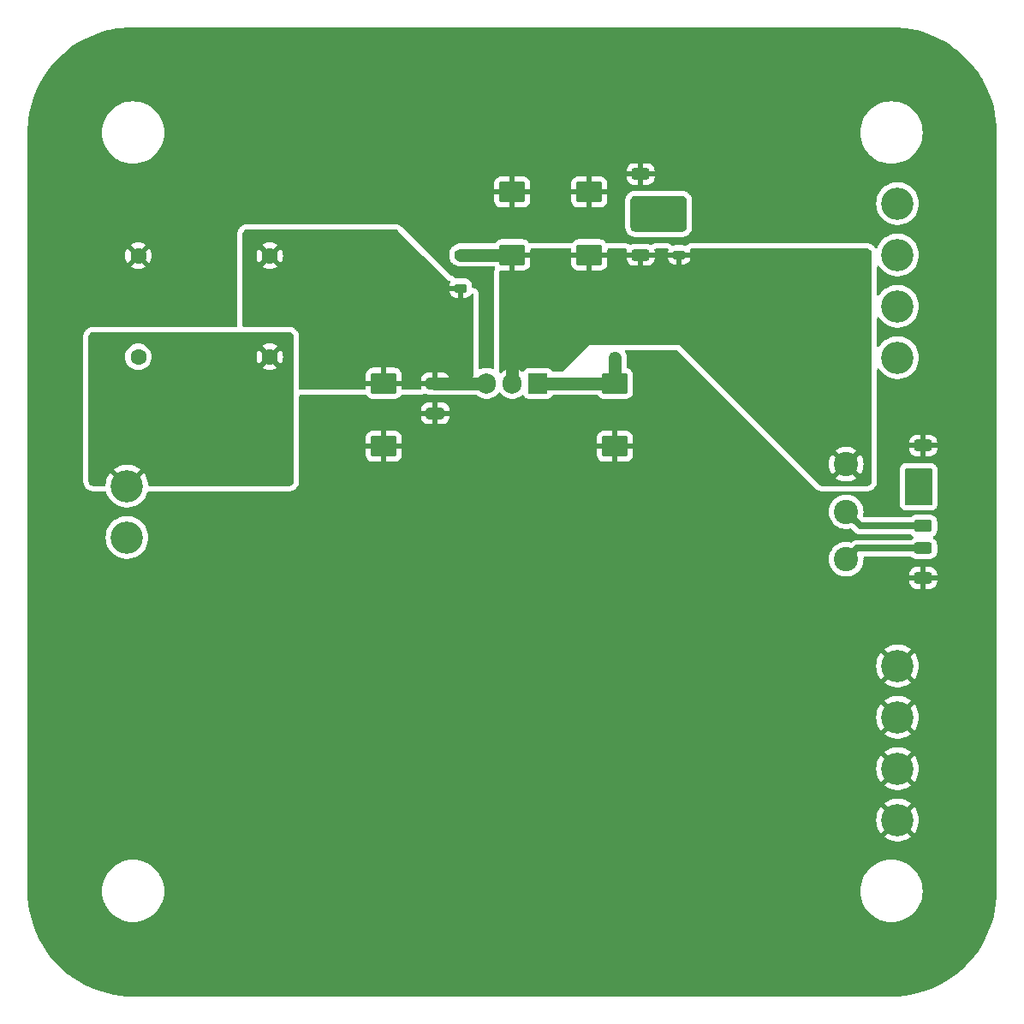
<source format=gbr>
%TF.GenerationSoftware,KiCad,Pcbnew,7.0.6*%
%TF.CreationDate,2023-07-25T16:44:31+08:00*%
%TF.ProjectId,LM350A_Liner_Power_KiCad,4c4d3335-3041-45f4-9c69-6e65725f506f,rev?*%
%TF.SameCoordinates,Original*%
%TF.FileFunction,Copper,L1,Top*%
%TF.FilePolarity,Positive*%
%FSLAX46Y46*%
G04 Gerber Fmt 4.6, Leading zero omitted, Abs format (unit mm)*
G04 Created by KiCad (PCBNEW 7.0.6) date 2023-07-25 16:44:31*
%MOMM*%
%LPD*%
G01*
G04 APERTURE LIST*
G04 Aperture macros list*
%AMRoundRect*
0 Rectangle with rounded corners*
0 $1 Rounding radius*
0 $2 $3 $4 $5 $6 $7 $8 $9 X,Y pos of 4 corners*
0 Add a 4 corners polygon primitive as box body*
4,1,4,$2,$3,$4,$5,$6,$7,$8,$9,$2,$3,0*
0 Add four circle primitives for the rounded corners*
1,1,$1+$1,$2,$3*
1,1,$1+$1,$4,$5*
1,1,$1+$1,$6,$7*
1,1,$1+$1,$8,$9*
0 Add four rect primitives between the rounded corners*
20,1,$1+$1,$2,$3,$4,$5,0*
20,1,$1+$1,$4,$5,$6,$7,0*
20,1,$1+$1,$6,$7,$8,$9,0*
20,1,$1+$1,$8,$9,$2,$3,0*%
G04 Aperture macros list end*
%TA.AperFunction,ComponentPad*%
%ADD10C,3.200000*%
%TD*%
%TA.AperFunction,ComponentPad*%
%ADD11C,1.600000*%
%TD*%
%TA.AperFunction,SMDPad,CuDef*%
%ADD12RoundRect,0.250000X-0.650000X0.325000X-0.650000X-0.325000X0.650000X-0.325000X0.650000X0.325000X0*%
%TD*%
%TA.AperFunction,ComponentPad*%
%ADD13C,2.400000*%
%TD*%
%TA.AperFunction,SMDPad,CuDef*%
%ADD14RoundRect,0.250000X-1.025000X0.787500X-1.025000X-0.787500X1.025000X-0.787500X1.025000X0.787500X0*%
%TD*%
%TA.AperFunction,SMDPad,CuDef*%
%ADD15RoundRect,0.250000X-0.625000X0.312500X-0.625000X-0.312500X0.625000X-0.312500X0.625000X0.312500X0*%
%TD*%
%TA.AperFunction,SMDPad,CuDef*%
%ADD16RoundRect,0.225000X0.375000X-0.225000X0.375000X0.225000X-0.375000X0.225000X-0.375000X-0.225000X0*%
%TD*%
%TA.AperFunction,SMDPad,CuDef*%
%ADD17RoundRect,0.250000X0.625000X-0.312500X0.625000X0.312500X-0.625000X0.312500X-0.625000X-0.312500X0*%
%TD*%
%TA.AperFunction,SMDPad,CuDef*%
%ADD18RoundRect,0.250000X-0.625000X0.375000X-0.625000X-0.375000X0.625000X-0.375000X0.625000X0.375000X0*%
%TD*%
%TA.AperFunction,SMDPad,CuDef*%
%ADD19RoundRect,0.250000X1.025000X-0.787500X1.025000X0.787500X-1.025000X0.787500X-1.025000X-0.787500X0*%
%TD*%
%TA.AperFunction,ComponentPad*%
%ADD20R,1.905000X2.000000*%
%TD*%
%TA.AperFunction,ComponentPad*%
%ADD21O,1.905000X2.000000*%
%TD*%
%TA.AperFunction,ViaPad*%
%ADD22C,1.219200*%
%TD*%
%TA.AperFunction,ViaPad*%
%ADD23C,0.812800*%
%TD*%
%TA.AperFunction,Conductor*%
%ADD24C,1.270000*%
%TD*%
%TA.AperFunction,Conductor*%
%ADD25C,0.635000*%
%TD*%
G04 APERTURE END LIST*
D10*
%TO.P,J3,1,Pin_1*%
%TO.N,Net-(J3-Pin_1)*%
X114300000Y-99060000D03*
%TO.P,J3,2,Pin_2*%
%TO.N,Net-(J3-Pin_2)*%
X114300000Y-104140000D03*
%TD*%
%TO.P,J2,1,Pin_1*%
%TO.N,GNDREF*%
X190500000Y-132080000D03*
%TO.P,J2,2,Pin_2*%
X190500000Y-127000000D03*
%TO.P,J2,3,Pin_3*%
X190500000Y-121920000D03*
%TO.P,J2,4,Pin_4*%
X190500000Y-116840000D03*
%TD*%
D11*
%TO.P,L1,1,1*%
%TO.N,Net-(J3-Pin_1)*%
X128420000Y-86280000D03*
%TO.P,L1,2,2*%
%TO.N,/Vin*%
X128420000Y-76280000D03*
%TO.P,L1,3,3*%
%TO.N,GNDREF*%
X115420000Y-76280000D03*
%TO.P,L1,4,4*%
%TO.N,Net-(J3-Pin_2)*%
X115420000Y-86280000D03*
%TD*%
D12*
%TO.P,C4,1*%
%TO.N,/Vin*%
X144780000Y-88900000D03*
%TO.P,C4,2*%
%TO.N,GNDREF*%
X144780000Y-91850000D03*
%TD*%
D13*
%TO.P,SW1,1,A*%
%TO.N,Net-(SW1-A)*%
X185420000Y-106300000D03*
%TO.P,SW1,2,B*%
%TO.N,POWER_OUT*%
X185420000Y-101600000D03*
%TO.P,SW1,3,C*%
%TO.N,/Vout*%
X185420000Y-96900000D03*
%TD*%
D14*
%TO.P,C1,1*%
%TO.N,/Vfb*%
X162560000Y-88900000D03*
%TO.P,C1,2*%
%TO.N,GNDREF*%
X162560000Y-95125000D03*
%TD*%
D15*
%TO.P,R3,1*%
%TO.N,Net-(SW1-A)*%
X193040000Y-105217500D03*
%TO.P,R3,2*%
%TO.N,GNDREF*%
X193040000Y-108142500D03*
%TD*%
D16*
%TO.P,D1,1,K*%
%TO.N,/Vout*%
X168910000Y-76200000D03*
%TO.P,D1,2,A*%
%TO.N,/Vfb*%
X168910000Y-72900000D03*
%TD*%
%TO.P,D3,1,K*%
%TO.N,/Vin*%
X147320000Y-79500000D03*
%TO.P,D3,2,A*%
%TO.N,/Vout*%
X147320000Y-76200000D03*
%TD*%
D17*
%TO.P,R2,1*%
%TO.N,/Vfb*%
X165100000Y-71120000D03*
%TO.P,R2,2*%
%TO.N,GNDREF*%
X165100000Y-68195000D03*
%TD*%
D14*
%TO.P,C5,1*%
%TO.N,/Vin*%
X139700000Y-88900000D03*
%TO.P,C5,2*%
%TO.N,GNDREF*%
X139700000Y-95125000D03*
%TD*%
D17*
%TO.P,R1,1*%
%TO.N,/Vout*%
X165100000Y-76200000D03*
%TO.P,R1,2*%
%TO.N,/Vfb*%
X165100000Y-73275000D03*
%TD*%
D10*
%TO.P,J1,1,Pin_1*%
%TO.N,POWER_OUT*%
X190500000Y-86360000D03*
%TO.P,J1,2,Pin_2*%
X190500000Y-81280000D03*
%TO.P,J1,3,Pin_3*%
X190500000Y-76200000D03*
%TO.P,J1,4,Pin_4*%
X190500000Y-71120000D03*
%TD*%
D18*
%TO.P,D2,1,K*%
%TO.N,Net-(D2-K)*%
X193040000Y-100200000D03*
%TO.P,D2,2,A*%
%TO.N,POWER_OUT*%
X193040000Y-103000000D03*
%TD*%
D17*
%TO.P,R4,1*%
%TO.N,Net-(D2-K)*%
X193040000Y-97982500D03*
%TO.P,R4,2*%
%TO.N,GNDREF*%
X193040000Y-95057500D03*
%TD*%
D19*
%TO.P,C3,1*%
%TO.N,/Vout*%
X152400000Y-76200000D03*
%TO.P,C3,2*%
%TO.N,GNDREF*%
X152400000Y-69975000D03*
%TD*%
%TO.P,C2,1*%
%TO.N,/Vout*%
X160020000Y-76200000D03*
%TO.P,C2,2*%
%TO.N,GNDREF*%
X160020000Y-69975000D03*
%TD*%
D20*
%TO.P,U1,1,ADJ*%
%TO.N,/Vfb*%
X154940000Y-88900000D03*
D21*
%TO.P,U1,2,VO*%
%TO.N,/Vout*%
X152400000Y-88900000D03*
%TO.P,U1,3,VI*%
%TO.N,/Vin*%
X149860000Y-88900000D03*
%TD*%
D22*
%TO.N,/Vfb*%
X168910000Y-71120000D03*
X162560000Y-86360000D03*
%TO.N,GNDREF*%
X107400000Y-61600000D03*
X142400000Y-56600000D03*
X172400000Y-56600000D03*
X122400000Y-56600000D03*
X107400000Y-111600000D03*
X197400000Y-111600000D03*
X132400000Y-56600000D03*
X132400000Y-146600000D03*
X112400000Y-56600000D03*
X162400000Y-56600000D03*
X192400000Y-56600000D03*
X107400000Y-121600000D03*
X197400000Y-101600000D03*
X197400000Y-141600000D03*
X172400000Y-146600000D03*
X142400000Y-146600000D03*
X182400000Y-146600000D03*
X107400000Y-71600000D03*
X107400000Y-131600000D03*
X182400000Y-56600000D03*
X152400000Y-56600000D03*
X107400000Y-91600000D03*
X197400000Y-81600000D03*
X112400000Y-146600000D03*
X107400000Y-141600000D03*
X107400000Y-101600000D03*
X162560000Y-97790000D03*
X152400000Y-146600000D03*
X197400000Y-71600000D03*
X122400000Y-146600000D03*
X197400000Y-121600000D03*
X197400000Y-131600000D03*
X192400000Y-146600000D03*
X197400000Y-91600000D03*
X197400000Y-61600000D03*
X162400000Y-146600000D03*
X107400000Y-81600000D03*
D23*
%TO.N,Net-(D2-K)*%
X191770000Y-99060000D03*
%TD*%
D24*
%TO.N,/Vfb*%
X162560000Y-86360000D02*
X162560000Y-88900000D01*
X154940000Y-88900000D02*
X162560000Y-88900000D01*
%TO.N,/Vout*%
X147320000Y-76200000D02*
X152400000Y-76200000D01*
X152400000Y-88900000D02*
X152400000Y-86600000D01*
%TO.N,/Vin*%
X149860000Y-88900000D02*
X144780000Y-88900000D01*
D25*
%TO.N,POWER_OUT*%
X193040000Y-103000000D02*
X186820000Y-103000000D01*
X186820000Y-103000000D02*
X185420000Y-101600000D01*
%TO.N,Net-(SW1-A)*%
X186502500Y-105217500D02*
X185420000Y-106300000D01*
X193040000Y-105217500D02*
X186502500Y-105217500D01*
%TD*%
%TA.AperFunction,Conductor*%
%TO.N,Net-(D2-K)*%
G36*
X193872039Y-97301685D02*
G01*
X193917794Y-97354489D01*
X193929000Y-97406000D01*
X193929000Y-100841000D01*
X193909315Y-100908039D01*
X193856511Y-100953794D01*
X193805000Y-100965000D01*
X191386000Y-100965000D01*
X191318961Y-100945315D01*
X191273206Y-100892511D01*
X191262000Y-100841000D01*
X191262000Y-97406000D01*
X191281685Y-97338961D01*
X191334489Y-97293206D01*
X191386000Y-97282000D01*
X193805000Y-97282000D01*
X193872039Y-97301685D01*
G37*
%TD.AperFunction*%
%TD*%
%TA.AperFunction,Conductor*%
%TO.N,/Vout*%
G36*
X158179121Y-75585002D02*
G01*
X158225614Y-75638658D01*
X158237000Y-75691000D01*
X158237000Y-75946000D01*
X161803000Y-75946000D01*
X161803000Y-75691000D01*
X161823002Y-75622879D01*
X161876658Y-75576386D01*
X161929000Y-75565000D01*
X163608845Y-75565000D01*
X163676966Y-75585002D01*
X163723459Y-75638658D01*
X163733563Y-75708932D01*
X163728447Y-75730639D01*
X163727607Y-75733172D01*
X163727605Y-75733181D01*
X163717000Y-75836983D01*
X163717000Y-75946000D01*
X166483000Y-75946000D01*
X166483000Y-75836983D01*
X166472394Y-75733181D01*
X166472392Y-75733172D01*
X166471553Y-75730639D01*
X166471495Y-75728983D01*
X166470953Y-75726447D01*
X166471405Y-75726350D01*
X166469109Y-75659684D01*
X166505413Y-75598672D01*
X166568941Y-75566974D01*
X166591155Y-75565000D01*
X167724175Y-75565000D01*
X167792296Y-75585002D01*
X167838789Y-75638658D01*
X167848893Y-75708932D01*
X167843780Y-75730633D01*
X167812256Y-75825766D01*
X167812255Y-75825770D01*
X167802000Y-75926147D01*
X167802000Y-75946000D01*
X170018000Y-75946000D01*
X170018000Y-75926147D01*
X170007744Y-75825770D01*
X170007743Y-75825766D01*
X169976220Y-75730633D01*
X169973780Y-75659678D01*
X170010088Y-75598668D01*
X170073617Y-75566972D01*
X170095825Y-75565000D01*
X187447866Y-75565000D01*
X187456097Y-75565540D01*
X187508934Y-75572495D01*
X187567037Y-75580145D01*
X187598799Y-75588655D01*
X187690679Y-75626713D01*
X187719158Y-75643156D01*
X187798053Y-75703694D01*
X187821305Y-75726946D01*
X187881841Y-75805837D01*
X187898287Y-75834322D01*
X187936322Y-75926147D01*
X187936342Y-75926194D01*
X187944855Y-75957965D01*
X187959460Y-76068901D01*
X187960000Y-76077133D01*
X187960000Y-98547866D01*
X187959460Y-98556098D01*
X187944855Y-98667034D01*
X187936342Y-98698805D01*
X187898288Y-98790676D01*
X187881841Y-98819162D01*
X187821308Y-98898050D01*
X187798050Y-98921308D01*
X187719162Y-98981841D01*
X187690676Y-98998288D01*
X187598805Y-99036342D01*
X187567034Y-99044855D01*
X187456098Y-99059460D01*
X187447866Y-99060000D01*
X183094554Y-99060000D01*
X183086322Y-99059460D01*
X182975385Y-99044855D01*
X182943614Y-99036342D01*
X182851743Y-98998288D01*
X182823262Y-98981844D01*
X182734482Y-98913721D01*
X182728293Y-98908293D01*
X180719999Y-96899999D01*
X183707211Y-96899999D01*
X183726341Y-97155281D01*
X183783305Y-97404854D01*
X183783306Y-97404856D01*
X183876826Y-97643144D01*
X183876828Y-97643148D01*
X184004824Y-97864844D01*
X184004829Y-97864852D01*
X184045250Y-97915537D01*
X184045252Y-97915537D01*
X184627666Y-97333122D01*
X184636284Y-97352478D01*
X184747486Y-97505534D01*
X184888080Y-97632126D01*
X184988883Y-97690324D01*
X184404421Y-98274786D01*
X184404421Y-98274787D01*
X184563610Y-98383321D01*
X184563611Y-98383322D01*
X184794239Y-98494386D01*
X185038862Y-98569844D01*
X185038870Y-98569845D01*
X185292008Y-98608000D01*
X185547992Y-98608000D01*
X185801129Y-98569845D01*
X185801141Y-98569843D01*
X186045746Y-98494392D01*
X186045753Y-98494389D01*
X186276397Y-98383318D01*
X186276399Y-98383317D01*
X186435577Y-98274789D01*
X186435578Y-98274787D01*
X185851115Y-97690324D01*
X185951920Y-97632126D01*
X186092514Y-97505534D01*
X186203716Y-97352479D01*
X186212333Y-97333123D01*
X186794747Y-97915538D01*
X186794748Y-97915537D01*
X186835172Y-97864849D01*
X186835172Y-97864848D01*
X186963171Y-97643148D01*
X186963173Y-97643144D01*
X187056693Y-97404856D01*
X187056694Y-97404854D01*
X187113658Y-97155281D01*
X187132788Y-96899999D01*
X187113658Y-96644718D01*
X187056694Y-96395145D01*
X187056693Y-96395143D01*
X186963173Y-96156855D01*
X186963171Y-96156851D01*
X186835175Y-95935155D01*
X186794747Y-95884460D01*
X186212332Y-96466874D01*
X186203716Y-96447522D01*
X186092514Y-96294466D01*
X185951920Y-96167874D01*
X185851115Y-96109674D01*
X186435578Y-95525211D01*
X186276390Y-95416678D01*
X186276389Y-95416677D01*
X186045753Y-95305610D01*
X186045746Y-95305607D01*
X185801141Y-95230156D01*
X185801129Y-95230154D01*
X185547992Y-95192000D01*
X185292008Y-95192000D01*
X185038870Y-95230154D01*
X185038862Y-95230155D01*
X184794239Y-95305613D01*
X184563611Y-95416677D01*
X184563603Y-95416682D01*
X184404421Y-95525210D01*
X184404421Y-95525212D01*
X184988884Y-96109675D01*
X184888080Y-96167874D01*
X184747486Y-96294466D01*
X184636284Y-96447521D01*
X184627666Y-96466875D01*
X184045252Y-95884461D01*
X184045250Y-95884461D01*
X184004828Y-95935148D01*
X184004825Y-95935153D01*
X183876828Y-96156851D01*
X183876826Y-96156855D01*
X183783306Y-96395143D01*
X183783305Y-96395145D01*
X183726341Y-96644718D01*
X183707211Y-96899999D01*
X180719999Y-96899999D01*
X172848000Y-89028000D01*
X169058802Y-85238801D01*
X169058781Y-85238782D01*
X168910000Y-85090000D01*
X168699581Y-85090000D01*
X160230418Y-85090000D01*
X160020000Y-85090000D01*
X159871218Y-85238781D01*
X159871218Y-85238782D01*
X159871197Y-85238801D01*
X157390405Y-87719595D01*
X157328093Y-87753620D01*
X157301310Y-87756500D01*
X156469179Y-87756500D01*
X156401058Y-87736498D01*
X156354565Y-87682842D01*
X156351124Y-87674534D01*
X156350579Y-87673074D01*
X156343389Y-87653796D01*
X156343387Y-87653794D01*
X156343387Y-87653792D01*
X156255761Y-87536738D01*
X156138707Y-87449112D01*
X156138702Y-87449110D01*
X156001704Y-87398011D01*
X156001696Y-87398009D01*
X155941149Y-87391500D01*
X155941138Y-87391500D01*
X153938862Y-87391500D01*
X153938850Y-87391500D01*
X153878303Y-87398009D01*
X153878295Y-87398011D01*
X153741297Y-87449110D01*
X153741292Y-87449112D01*
X153624238Y-87536738D01*
X153536613Y-87653792D01*
X153536612Y-87653794D01*
X153536611Y-87653796D01*
X153529356Y-87673248D01*
X153486807Y-87730082D01*
X153420286Y-87754891D01*
X153350913Y-87739798D01*
X153333910Y-87728644D01*
X153201555Y-87625628D01*
X153201554Y-87625627D01*
X152988686Y-87510430D01*
X152988684Y-87510428D01*
X152759760Y-87431839D01*
X152759749Y-87431836D01*
X152654000Y-87414189D01*
X152654000Y-88410748D01*
X152621181Y-88390791D01*
X152475596Y-88350000D01*
X152362378Y-88350000D01*
X152250217Y-88365416D01*
X152146000Y-88410683D01*
X152146000Y-87414189D01*
X152145999Y-87414189D01*
X152040250Y-87431836D01*
X152040239Y-87431839D01*
X151811315Y-87510428D01*
X151811313Y-87510430D01*
X151598445Y-87625627D01*
X151598444Y-87625628D01*
X151407436Y-87774296D01*
X151348701Y-87838100D01*
X151287848Y-87874671D01*
X151216884Y-87872536D01*
X151158338Y-87832375D01*
X151130800Y-87766937D01*
X151130000Y-87752762D01*
X151130000Y-77865158D01*
X151150002Y-77797037D01*
X151203658Y-77750544D01*
X151268808Y-77739811D01*
X151324485Y-77745500D01*
X152146000Y-77745500D01*
X152146000Y-76454000D01*
X152654000Y-76454000D01*
X152654000Y-77745500D01*
X153475517Y-77745500D01*
X153475516Y-77745499D01*
X153579318Y-77734894D01*
X153579321Y-77734893D01*
X153747525Y-77679157D01*
X153898339Y-77586134D01*
X153898345Y-77586129D01*
X154023629Y-77460845D01*
X154023634Y-77460839D01*
X154116657Y-77310025D01*
X154172393Y-77141821D01*
X154172394Y-77141818D01*
X154182999Y-77038016D01*
X154183000Y-77038016D01*
X154183000Y-76454000D01*
X158237000Y-76454000D01*
X158237000Y-77038016D01*
X158247605Y-77141818D01*
X158247606Y-77141821D01*
X158303342Y-77310025D01*
X158396365Y-77460839D01*
X158396370Y-77460845D01*
X158521654Y-77586129D01*
X158521660Y-77586134D01*
X158672474Y-77679157D01*
X158840678Y-77734893D01*
X158840681Y-77734894D01*
X158944483Y-77745499D01*
X158944483Y-77745500D01*
X159766000Y-77745500D01*
X159766000Y-76454000D01*
X160274000Y-76454000D01*
X160274000Y-77745500D01*
X161095517Y-77745500D01*
X161095516Y-77745499D01*
X161199318Y-77734894D01*
X161199321Y-77734893D01*
X161367525Y-77679157D01*
X161518339Y-77586134D01*
X161518345Y-77586129D01*
X161643629Y-77460845D01*
X161643634Y-77460839D01*
X161736657Y-77310025D01*
X161792393Y-77141821D01*
X161792394Y-77141818D01*
X161802999Y-77038016D01*
X161803000Y-77038016D01*
X161803000Y-76454000D01*
X163717000Y-76454000D01*
X163717000Y-76563016D01*
X163727605Y-76666818D01*
X163727606Y-76666821D01*
X163783342Y-76835025D01*
X163876365Y-76985839D01*
X163876370Y-76985845D01*
X164001654Y-77111129D01*
X164001660Y-77111134D01*
X164152474Y-77204157D01*
X164320678Y-77259893D01*
X164320681Y-77259894D01*
X164424483Y-77270499D01*
X164424483Y-77270500D01*
X164846000Y-77270500D01*
X164846000Y-76454000D01*
X165354000Y-76454000D01*
X165354000Y-77270500D01*
X165775517Y-77270500D01*
X165775516Y-77270499D01*
X165879318Y-77259894D01*
X165879321Y-77259893D01*
X166047525Y-77204157D01*
X166198339Y-77111134D01*
X166198345Y-77111129D01*
X166323629Y-76985845D01*
X166323634Y-76985839D01*
X166416657Y-76835025D01*
X166472393Y-76666821D01*
X166472394Y-76666818D01*
X166482999Y-76563016D01*
X166483000Y-76563016D01*
X166483000Y-76454000D01*
X167802000Y-76454000D01*
X167802000Y-76473852D01*
X167812255Y-76574229D01*
X167812257Y-76574241D01*
X167866152Y-76736884D01*
X167956109Y-76882728D01*
X167956114Y-76882734D01*
X168077265Y-77003885D01*
X168077271Y-77003890D01*
X168223115Y-77093847D01*
X168385758Y-77147742D01*
X168385770Y-77147744D01*
X168486147Y-77157999D01*
X168486147Y-77158000D01*
X168656000Y-77158000D01*
X168656000Y-76454000D01*
X169164000Y-76454000D01*
X169164000Y-77158000D01*
X169333853Y-77158000D01*
X169333852Y-77157999D01*
X169434229Y-77147744D01*
X169434241Y-77147742D01*
X169596884Y-77093847D01*
X169742728Y-77003890D01*
X169742734Y-77003885D01*
X169863885Y-76882734D01*
X169863890Y-76882728D01*
X169953847Y-76736884D01*
X170007742Y-76574241D01*
X170007744Y-76574229D01*
X170017999Y-76473852D01*
X170018000Y-76473852D01*
X170018000Y-76454000D01*
X169164000Y-76454000D01*
X168656000Y-76454000D01*
X167802000Y-76454000D01*
X166483000Y-76454000D01*
X165354000Y-76454000D01*
X164846000Y-76454000D01*
X163717000Y-76454000D01*
X161803000Y-76454000D01*
X160274000Y-76454000D01*
X159766000Y-76454000D01*
X158237000Y-76454000D01*
X154183000Y-76454000D01*
X152654000Y-76454000D01*
X152146000Y-76454000D01*
X152146000Y-76072000D01*
X152166002Y-76003879D01*
X152219658Y-75957386D01*
X152272000Y-75946000D01*
X154183000Y-75946000D01*
X154183000Y-75691000D01*
X154203002Y-75622879D01*
X154256658Y-75576386D01*
X154309000Y-75565000D01*
X158111000Y-75565000D01*
X158179121Y-75585002D01*
G37*
%TD.AperFunction*%
%TD*%
%TA.AperFunction,Conductor*%
%TO.N,Net-(J3-Pin_1)*%
G36*
X130306097Y-83820540D02*
G01*
X130358934Y-83827495D01*
X130417037Y-83835145D01*
X130448799Y-83843655D01*
X130540679Y-83881713D01*
X130569158Y-83898156D01*
X130648053Y-83958694D01*
X130671305Y-83981946D01*
X130731841Y-84060837D01*
X130748288Y-84089323D01*
X130786342Y-84181194D01*
X130794855Y-84212965D01*
X130809460Y-84323901D01*
X130810000Y-84332133D01*
X130810000Y-98547866D01*
X130809460Y-98556098D01*
X130794855Y-98667034D01*
X130786342Y-98698805D01*
X130748288Y-98790676D01*
X130731841Y-98819162D01*
X130671308Y-98898050D01*
X130648050Y-98921308D01*
X130569162Y-98981841D01*
X130540676Y-98998288D01*
X130448805Y-99036342D01*
X130417034Y-99044855D01*
X130306098Y-99059460D01*
X130297866Y-99060000D01*
X116530602Y-99060000D01*
X116462481Y-99039998D01*
X116415988Y-98986342D01*
X116404896Y-98942598D01*
X116393247Y-98772303D01*
X116393246Y-98772297D01*
X116334574Y-98489945D01*
X116334572Y-98489937D01*
X116237997Y-98218201D01*
X116105327Y-97962163D01*
X116105324Y-97962157D01*
X115961211Y-97757997D01*
X115018843Y-98700364D01*
X114929423Y-98558052D01*
X114801948Y-98430577D01*
X114659634Y-98341155D01*
X115600368Y-97400422D01*
X115600367Y-97400421D01*
X115518485Y-97333805D01*
X115272077Y-97183961D01*
X115007577Y-97069073D01*
X114729888Y-96991268D01*
X114729879Y-96991266D01*
X114444204Y-96952000D01*
X114155795Y-96952000D01*
X113870120Y-96991266D01*
X113870111Y-96991268D01*
X113592422Y-97069073D01*
X113327918Y-97183962D01*
X113081517Y-97333802D01*
X112999631Y-97400421D01*
X112999630Y-97400421D01*
X113940365Y-98341156D01*
X113798052Y-98430577D01*
X113670577Y-98558052D01*
X113581156Y-98700365D01*
X112638787Y-97757996D01*
X112494674Y-97962160D01*
X112494672Y-97962163D01*
X112362002Y-98218201D01*
X112265427Y-98489937D01*
X112265425Y-98489945D01*
X112206753Y-98772297D01*
X112206752Y-98772303D01*
X112195104Y-98942598D01*
X112170500Y-99009195D01*
X112113797Y-99051918D01*
X112069398Y-99060000D01*
X111002134Y-99060000D01*
X110993902Y-99059460D01*
X110882965Y-99044855D01*
X110851194Y-99036342D01*
X110759323Y-98998288D01*
X110730839Y-98981842D01*
X110651946Y-98921305D01*
X110628694Y-98898053D01*
X110568156Y-98819158D01*
X110551713Y-98790679D01*
X110513655Y-98698799D01*
X110505145Y-98667037D01*
X110490540Y-98556098D01*
X110490540Y-98556097D01*
X110490000Y-98547866D01*
X110490000Y-86280000D01*
X114106502Y-86280000D01*
X114126457Y-86508087D01*
X114185716Y-86729243D01*
X114282477Y-86936749D01*
X114413802Y-87124300D01*
X114575700Y-87286198D01*
X114763251Y-87417523D01*
X114970757Y-87514284D01*
X115191913Y-87573543D01*
X115420000Y-87593498D01*
X115648087Y-87573543D01*
X115869243Y-87514284D01*
X116076749Y-87417523D01*
X116264300Y-87286198D01*
X116426198Y-87124300D01*
X116557523Y-86936749D01*
X116654284Y-86729243D01*
X116713543Y-86508087D01*
X116733498Y-86280000D01*
X127107004Y-86280000D01*
X127126951Y-86508002D01*
X127186186Y-86729068D01*
X127186188Y-86729073D01*
X127282913Y-86936501D01*
X127332899Y-87007888D01*
X127935638Y-86405149D01*
X127960507Y-86489844D01*
X128038239Y-86610798D01*
X128146900Y-86704952D01*
X128277685Y-86764680D01*
X128292412Y-86766797D01*
X127692110Y-87367098D01*
X127692110Y-87367100D01*
X127763498Y-87417086D01*
X127970926Y-87513811D01*
X127970931Y-87513813D01*
X128191999Y-87573048D01*
X128191995Y-87573048D01*
X128420000Y-87592995D01*
X128648002Y-87573048D01*
X128869068Y-87513813D01*
X128869073Y-87513811D01*
X129076497Y-87417088D01*
X129147888Y-87367099D01*
X129147888Y-87367097D01*
X128547588Y-86766797D01*
X128562315Y-86764680D01*
X128693100Y-86704952D01*
X128801761Y-86610798D01*
X128879493Y-86489844D01*
X128904360Y-86405150D01*
X129507098Y-87007888D01*
X129507099Y-87007888D01*
X129557088Y-86936497D01*
X129653811Y-86729073D01*
X129653813Y-86729068D01*
X129713048Y-86508002D01*
X129732995Y-86280000D01*
X129713048Y-86051997D01*
X129653813Y-85830931D01*
X129653811Y-85830926D01*
X129557086Y-85623498D01*
X129507100Y-85552110D01*
X129507097Y-85552110D01*
X128904360Y-86154846D01*
X128879493Y-86070156D01*
X128801761Y-85949202D01*
X128693100Y-85855048D01*
X128562315Y-85795320D01*
X128547585Y-85793202D01*
X129147888Y-85192900D01*
X129147888Y-85192898D01*
X129076501Y-85142913D01*
X128869073Y-85046188D01*
X128869068Y-85046186D01*
X128648000Y-84986951D01*
X128648004Y-84986951D01*
X128420000Y-84967004D01*
X128191997Y-84986951D01*
X127970931Y-85046186D01*
X127970926Y-85046188D01*
X127763500Y-85142913D01*
X127692109Y-85192900D01*
X128292411Y-85793202D01*
X128277685Y-85795320D01*
X128146900Y-85855048D01*
X128038239Y-85949202D01*
X127960507Y-86070156D01*
X127935639Y-86154849D01*
X127332899Y-85552109D01*
X127282913Y-85623500D01*
X127186188Y-85830926D01*
X127186186Y-85830931D01*
X127126951Y-86051997D01*
X127107004Y-86280000D01*
X116733498Y-86280000D01*
X116713543Y-86051913D01*
X116654284Y-85830757D01*
X116557523Y-85623251D01*
X116426198Y-85435700D01*
X116264300Y-85273802D01*
X116148757Y-85192898D01*
X116076749Y-85142477D01*
X115869246Y-85045717D01*
X115869240Y-85045715D01*
X115775771Y-85020670D01*
X115648087Y-84986457D01*
X115420000Y-84966502D01*
X115191913Y-84986457D01*
X114970759Y-85045715D01*
X114970753Y-85045717D01*
X114763250Y-85142477D01*
X114575703Y-85273799D01*
X114575697Y-85273804D01*
X114413804Y-85435697D01*
X114413799Y-85435703D01*
X114282477Y-85623250D01*
X114185717Y-85830753D01*
X114185715Y-85830759D01*
X114126457Y-86051913D01*
X114106502Y-86280000D01*
X110490000Y-86280000D01*
X110490000Y-84332133D01*
X110490540Y-84323902D01*
X110495993Y-84282479D01*
X110505145Y-84212960D01*
X110513654Y-84181202D01*
X110551714Y-84089316D01*
X110568153Y-84060844D01*
X110628698Y-83981941D01*
X110651941Y-83958698D01*
X110730844Y-83898153D01*
X110759316Y-83881714D01*
X110851202Y-83843654D01*
X110882960Y-83835145D01*
X110945994Y-83826846D01*
X110993903Y-83820540D01*
X111002134Y-83820000D01*
X130297866Y-83820000D01*
X130306097Y-83820540D01*
G37*
%TD.AperFunction*%
%TD*%
%TA.AperFunction,Conductor*%
%TO.N,/Vfb*%
G36*
X169168032Y-70358530D02*
G01*
X169279296Y-70373179D01*
X169310561Y-70381556D01*
X169402915Y-70419810D01*
X169430949Y-70435996D01*
X169510258Y-70496853D01*
X169533146Y-70519741D01*
X169594003Y-70599050D01*
X169610189Y-70627085D01*
X169648442Y-70719437D01*
X169656820Y-70750703D01*
X169671469Y-70861966D01*
X169672000Y-70870067D01*
X169672000Y-73401932D01*
X169671469Y-73410033D01*
X169656820Y-73521296D01*
X169648442Y-73552562D01*
X169610189Y-73644914D01*
X169594003Y-73672949D01*
X169533146Y-73752258D01*
X169510258Y-73775146D01*
X169430949Y-73836003D01*
X169402914Y-73852189D01*
X169310562Y-73890442D01*
X169279296Y-73898820D01*
X169181410Y-73911707D01*
X169168032Y-73913469D01*
X169159933Y-73914000D01*
X164596067Y-73914000D01*
X164587967Y-73913469D01*
X164571957Y-73911361D01*
X164476703Y-73898820D01*
X164445437Y-73890442D01*
X164353085Y-73852189D01*
X164325050Y-73836003D01*
X164245741Y-73775146D01*
X164222853Y-73752258D01*
X164161996Y-73672949D01*
X164145810Y-73644914D01*
X164107557Y-73552562D01*
X164099179Y-73521295D01*
X164084531Y-73410033D01*
X164084000Y-73401931D01*
X164084000Y-70870068D01*
X164084531Y-70861966D01*
X164099179Y-70750704D01*
X164107556Y-70719440D01*
X164145812Y-70627081D01*
X164161996Y-70599050D01*
X164222853Y-70519741D01*
X164245741Y-70496853D01*
X164325050Y-70435996D01*
X164353081Y-70419812D01*
X164445440Y-70381556D01*
X164476701Y-70373179D01*
X164587967Y-70358530D01*
X164596068Y-70358000D01*
X169159932Y-70358000D01*
X169168032Y-70358530D01*
G37*
%TD.AperFunction*%
%TD*%
%TA.AperFunction,Conductor*%
%TO.N,/Vin*%
G36*
X140763677Y-73660540D02*
G01*
X140816514Y-73667495D01*
X140874617Y-73675145D01*
X140906379Y-73683655D01*
X140998259Y-73721713D01*
X141026735Y-73738153D01*
X141115525Y-73806285D01*
X141121697Y-73811698D01*
X143589999Y-76279999D01*
X145901197Y-78591198D01*
X145901207Y-78591207D01*
X146050000Y-78740000D01*
X146224499Y-78740000D01*
X146274204Y-78761988D01*
X146313296Y-78821253D01*
X146314141Y-78892244D01*
X146300072Y-78924334D01*
X146276154Y-78963111D01*
X146276153Y-78963114D01*
X146222257Y-79125758D01*
X146222255Y-79125770D01*
X146212000Y-79226147D01*
X146212000Y-79246000D01*
X147448000Y-79246000D01*
X147516121Y-79266002D01*
X147562614Y-79319658D01*
X147574000Y-79372000D01*
X147574000Y-80458000D01*
X147743853Y-80458000D01*
X147743852Y-80457999D01*
X147844229Y-80447744D01*
X147844241Y-80447742D01*
X148006884Y-80393847D01*
X148152728Y-80303890D01*
X148152734Y-80303885D01*
X148273885Y-80182734D01*
X148273892Y-80182725D01*
X148356759Y-80048377D01*
X148409545Y-80000898D01*
X148479619Y-79989495D01*
X148544735Y-80017787D01*
X148584218Y-80076792D01*
X148590000Y-80114523D01*
X148590000Y-88088597D01*
X148572091Y-88149589D01*
X148573609Y-88150411D01*
X148571124Y-88155002D01*
X148473901Y-88376647D01*
X148473898Y-88376654D01*
X148414484Y-88611278D01*
X148411606Y-88646000D01*
X148590000Y-88646000D01*
X148590000Y-89027000D01*
X148573280Y-89154000D01*
X148411607Y-89154000D01*
X148414483Y-89188717D01*
X148440346Y-89290848D01*
X148437678Y-89361794D01*
X148397077Y-89420036D01*
X148394907Y-89421739D01*
X148349164Y-89456840D01*
X148320676Y-89473288D01*
X148228805Y-89511342D01*
X148197034Y-89519855D01*
X148086098Y-89534460D01*
X148077866Y-89535000D01*
X146299896Y-89535000D01*
X146231775Y-89514998D01*
X146185282Y-89461342D01*
X146175178Y-89391068D01*
X146176686Y-89382630D01*
X146177394Y-89379319D01*
X146187999Y-89275516D01*
X146188000Y-89275516D01*
X146188000Y-89154000D01*
X143372000Y-89154000D01*
X143372000Y-89275516D01*
X143382605Y-89379319D01*
X143383314Y-89382630D01*
X143383157Y-89384721D01*
X143383305Y-89386166D01*
X143383047Y-89386192D01*
X143378011Y-89453429D01*
X143335274Y-89510121D01*
X143268671Y-89534708D01*
X143260104Y-89535000D01*
X141609000Y-89535000D01*
X141540879Y-89514998D01*
X141494386Y-89461342D01*
X141483000Y-89409000D01*
X141483000Y-89154000D01*
X137917000Y-89154000D01*
X137917000Y-89409000D01*
X137896998Y-89477121D01*
X137843342Y-89523614D01*
X137791000Y-89535000D01*
X131449500Y-89535000D01*
X131381379Y-89514998D01*
X131334886Y-89461342D01*
X131323500Y-89409000D01*
X131323500Y-88646000D01*
X137917000Y-88646000D01*
X139446000Y-88646000D01*
X139446000Y-87354500D01*
X139954000Y-87354500D01*
X139954000Y-88646000D01*
X141483000Y-88646000D01*
X143372000Y-88646000D01*
X144526000Y-88646000D01*
X144526000Y-87817000D01*
X145034000Y-87817000D01*
X145034000Y-88646000D01*
X146188000Y-88646000D01*
X146188000Y-88524483D01*
X146177394Y-88420681D01*
X146177393Y-88420678D01*
X146121657Y-88252474D01*
X146028634Y-88101660D01*
X146028629Y-88101654D01*
X145903345Y-87976370D01*
X145903339Y-87976365D01*
X145752525Y-87883342D01*
X145584321Y-87827606D01*
X145584318Y-87827605D01*
X145480516Y-87817000D01*
X145034000Y-87817000D01*
X144526000Y-87817000D01*
X144079483Y-87817000D01*
X143975681Y-87827605D01*
X143975678Y-87827606D01*
X143807474Y-87883342D01*
X143656660Y-87976365D01*
X143656654Y-87976370D01*
X143531370Y-88101654D01*
X143531365Y-88101660D01*
X143438342Y-88252474D01*
X143382606Y-88420678D01*
X143382605Y-88420681D01*
X143372000Y-88524483D01*
X143372000Y-88646000D01*
X141483000Y-88646000D01*
X141483000Y-88061983D01*
X141472394Y-87958181D01*
X141472393Y-87958178D01*
X141416657Y-87789974D01*
X141323634Y-87639160D01*
X141323629Y-87639154D01*
X141198345Y-87513870D01*
X141198339Y-87513865D01*
X141047525Y-87420842D01*
X140879321Y-87365106D01*
X140879318Y-87365105D01*
X140775516Y-87354500D01*
X139954000Y-87354500D01*
X139446000Y-87354500D01*
X138624483Y-87354500D01*
X138520681Y-87365105D01*
X138520678Y-87365106D01*
X138352474Y-87420842D01*
X138201660Y-87513865D01*
X138201654Y-87513870D01*
X138076370Y-87639154D01*
X138076365Y-87639160D01*
X137983342Y-87789974D01*
X137927606Y-87958178D01*
X137927605Y-87958181D01*
X137917000Y-88061983D01*
X137917000Y-88646000D01*
X131323500Y-88646000D01*
X131323500Y-84323723D01*
X131322949Y-84306913D01*
X131321309Y-84281912D01*
X131319663Y-84265201D01*
X131301768Y-84129276D01*
X131301768Y-84129275D01*
X131295211Y-84096307D01*
X131277994Y-84032053D01*
X131267187Y-84000217D01*
X131216267Y-83877283D01*
X131201394Y-83847126D01*
X131189933Y-83827276D01*
X131168142Y-83789532D01*
X131168136Y-83789523D01*
X131149459Y-83761571D01*
X131134470Y-83742037D01*
X131068468Y-83656022D01*
X131068467Y-83656022D01*
X131068457Y-83656009D01*
X131046290Y-83630733D01*
X130999266Y-83583708D01*
X130973993Y-83561544D01*
X130973991Y-83561543D01*
X130868422Y-83480536D01*
X130840465Y-83461856D01*
X130840466Y-83461856D01*
X130795401Y-83435838D01*
X130782877Y-83428607D01*
X130782871Y-83428604D01*
X130752724Y-83413736D01*
X130662937Y-83376545D01*
X130629774Y-83362809D01*
X130629771Y-83362808D01*
X130629772Y-83362808D01*
X130597925Y-83351998D01*
X130597924Y-83351998D01*
X130533697Y-83334790D01*
X130533698Y-83334790D01*
X130500720Y-83328231D01*
X130500719Y-83328231D01*
X130364797Y-83310337D01*
X130364796Y-83310337D01*
X130348090Y-83308691D01*
X130323089Y-83307051D01*
X130306277Y-83306500D01*
X125856000Y-83306500D01*
X125787879Y-83286498D01*
X125741386Y-83232842D01*
X125730000Y-83180500D01*
X125730000Y-79754000D01*
X146212000Y-79754000D01*
X146212000Y-79773852D01*
X146222255Y-79874229D01*
X146222257Y-79874241D01*
X146276152Y-80036884D01*
X146366109Y-80182728D01*
X146366114Y-80182734D01*
X146487265Y-80303885D01*
X146487271Y-80303890D01*
X146633115Y-80393847D01*
X146795758Y-80447742D01*
X146795770Y-80447744D01*
X146896147Y-80457999D01*
X146896147Y-80458000D01*
X147066000Y-80458000D01*
X147066000Y-79754000D01*
X146212000Y-79754000D01*
X125730000Y-79754000D01*
X125730000Y-76280000D01*
X127107004Y-76280000D01*
X127126951Y-76508002D01*
X127186186Y-76729068D01*
X127186188Y-76729073D01*
X127282913Y-76936501D01*
X127332899Y-77007888D01*
X127935638Y-76405149D01*
X127960507Y-76489844D01*
X128038239Y-76610798D01*
X128146900Y-76704952D01*
X128277685Y-76764680D01*
X128292412Y-76766797D01*
X127692110Y-77367098D01*
X127692110Y-77367100D01*
X127763498Y-77417086D01*
X127970926Y-77513811D01*
X127970931Y-77513813D01*
X128191999Y-77573048D01*
X128191995Y-77573048D01*
X128420000Y-77592995D01*
X128648002Y-77573048D01*
X128869068Y-77513813D01*
X128869073Y-77513811D01*
X129076497Y-77417088D01*
X129147888Y-77367099D01*
X129147888Y-77367097D01*
X128547588Y-76766797D01*
X128562315Y-76764680D01*
X128693100Y-76704952D01*
X128801761Y-76610798D01*
X128879493Y-76489844D01*
X128904360Y-76405151D01*
X129507097Y-77007888D01*
X129507099Y-77007888D01*
X129557088Y-76936497D01*
X129653811Y-76729073D01*
X129653813Y-76729068D01*
X129713048Y-76508002D01*
X129732995Y-76280000D01*
X129713048Y-76051997D01*
X129653813Y-75830931D01*
X129653811Y-75830926D01*
X129557086Y-75623498D01*
X129507100Y-75552110D01*
X129507098Y-75552110D01*
X128904360Y-76154848D01*
X128879493Y-76070156D01*
X128801761Y-75949202D01*
X128693100Y-75855048D01*
X128562315Y-75795320D01*
X128547587Y-75793202D01*
X129147888Y-75192899D01*
X129147888Y-75192898D01*
X129076501Y-75142913D01*
X128869073Y-75046188D01*
X128869068Y-75046186D01*
X128648000Y-74986951D01*
X128648004Y-74986951D01*
X128420000Y-74967004D01*
X128191997Y-74986951D01*
X127970931Y-75046186D01*
X127970926Y-75046188D01*
X127763500Y-75142913D01*
X127692109Y-75192900D01*
X128292411Y-75793202D01*
X128277685Y-75795320D01*
X128146900Y-75855048D01*
X128038239Y-75949202D01*
X127960507Y-76070156D01*
X127935639Y-76154848D01*
X127332900Y-75552109D01*
X127282913Y-75623500D01*
X127186188Y-75830926D01*
X127186186Y-75830931D01*
X127126951Y-76051997D01*
X127107004Y-76280000D01*
X125730000Y-76280000D01*
X125730000Y-74172133D01*
X125730540Y-74163902D01*
X125735993Y-74122479D01*
X125745145Y-74052960D01*
X125753654Y-74021202D01*
X125791714Y-73929316D01*
X125808153Y-73900844D01*
X125868698Y-73821941D01*
X125891941Y-73798698D01*
X125970844Y-73738153D01*
X125999316Y-73721714D01*
X126091202Y-73683654D01*
X126122960Y-73675145D01*
X126185994Y-73666846D01*
X126233903Y-73660540D01*
X126242134Y-73660000D01*
X140755446Y-73660000D01*
X140763677Y-73660540D01*
G37*
%TD.AperFunction*%
%TD*%
%TA.AperFunction,Conductor*%
%TO.N,GNDREF*%
G36*
X190527520Y-53694462D02*
G01*
X190531319Y-53694692D01*
X190578109Y-53698943D01*
X191154659Y-53751335D01*
X191158401Y-53751790D01*
X191427414Y-53792733D01*
X191777188Y-53845968D01*
X191780932Y-53846654D01*
X192392892Y-53978019D01*
X192396572Y-53978926D01*
X192999484Y-54147000D01*
X193003112Y-54148130D01*
X193594782Y-54352303D01*
X193598341Y-54353653D01*
X194176590Y-54593172D01*
X194180061Y-54594734D01*
X194742796Y-54868731D01*
X194746166Y-54870500D01*
X194973533Y-54998735D01*
X195291342Y-55177979D01*
X195294576Y-55179935D01*
X195820202Y-55519778D01*
X195823302Y-55521916D01*
X196179284Y-55783853D01*
X196327447Y-55892874D01*
X196330444Y-55895222D01*
X196811258Y-56295930D01*
X196814107Y-56298454D01*
X197269848Y-56727460D01*
X197272539Y-56730151D01*
X197701545Y-57185892D01*
X197704069Y-57188741D01*
X198104777Y-57669555D01*
X198107125Y-57672552D01*
X198154703Y-57737212D01*
X198478078Y-58176691D01*
X198480226Y-58179804D01*
X198716835Y-58545760D01*
X198820057Y-58705411D01*
X198822026Y-58708668D01*
X199129499Y-59253833D01*
X199131268Y-59257203D01*
X199405265Y-59819938D01*
X199406827Y-59823409D01*
X199646346Y-60401658D01*
X199647696Y-60405217D01*
X199851869Y-60996887D01*
X199853001Y-61000521D01*
X200021069Y-61603411D01*
X200021980Y-61607107D01*
X200153345Y-62219067D01*
X200154031Y-62222811D01*
X200248208Y-62841590D01*
X200248667Y-62845369D01*
X200305307Y-63468680D01*
X200305537Y-63472479D01*
X200324500Y-64100000D01*
X200324500Y-139100000D01*
X200305537Y-139727520D01*
X200305307Y-139731319D01*
X200248667Y-140354630D01*
X200248208Y-140358409D01*
X200154031Y-140977188D01*
X200153345Y-140980932D01*
X200021980Y-141592892D01*
X200021069Y-141596588D01*
X199853001Y-142199478D01*
X199851869Y-142203112D01*
X199647696Y-142794782D01*
X199646346Y-142798341D01*
X199406827Y-143376590D01*
X199405265Y-143380061D01*
X199131268Y-143942796D01*
X199129499Y-143946166D01*
X198822026Y-144491331D01*
X198820057Y-144494588D01*
X198480229Y-145020191D01*
X198478067Y-145023324D01*
X198107125Y-145527447D01*
X198104777Y-145530444D01*
X197704069Y-146011258D01*
X197701545Y-146014107D01*
X197272539Y-146469848D01*
X197269848Y-146472539D01*
X196814107Y-146901545D01*
X196811258Y-146904069D01*
X196330444Y-147304777D01*
X196327447Y-147307125D01*
X195823324Y-147678067D01*
X195820191Y-147680229D01*
X195294588Y-148020057D01*
X195291331Y-148022026D01*
X194746166Y-148329499D01*
X194742796Y-148331268D01*
X194180061Y-148605265D01*
X194176590Y-148606827D01*
X193598341Y-148846346D01*
X193594782Y-148847696D01*
X193003112Y-149051869D01*
X192999478Y-149053001D01*
X192396588Y-149221069D01*
X192392892Y-149221980D01*
X191780932Y-149353345D01*
X191777188Y-149354031D01*
X191158409Y-149448208D01*
X191154630Y-149448667D01*
X190531319Y-149505307D01*
X190527520Y-149505537D01*
X189900000Y-149524500D01*
X114900000Y-149524500D01*
X114272479Y-149505537D01*
X114268680Y-149505307D01*
X113645369Y-149448667D01*
X113641590Y-149448208D01*
X113022811Y-149354031D01*
X113019067Y-149353345D01*
X112407107Y-149221980D01*
X112403411Y-149221069D01*
X111800521Y-149053001D01*
X111796887Y-149051869D01*
X111205217Y-148847696D01*
X111201658Y-148846346D01*
X110623409Y-148606827D01*
X110619938Y-148605265D01*
X110057203Y-148331268D01*
X110053833Y-148329499D01*
X109508668Y-148022026D01*
X109505411Y-148020057D01*
X109113410Y-147766609D01*
X108979804Y-147680226D01*
X108976691Y-147678078D01*
X108667734Y-147450743D01*
X108472552Y-147307125D01*
X108469555Y-147304777D01*
X107988741Y-146904069D01*
X107985892Y-146901545D01*
X107530151Y-146472539D01*
X107527460Y-146469848D01*
X107098454Y-146014107D01*
X107095930Y-146011258D01*
X106695222Y-145530444D01*
X106692874Y-145527447D01*
X106428700Y-145168425D01*
X106321916Y-145023302D01*
X106319778Y-145020202D01*
X105979935Y-144494576D01*
X105977973Y-144491331D01*
X105670500Y-143946166D01*
X105668731Y-143942796D01*
X105394734Y-143380061D01*
X105393172Y-143376590D01*
X105153653Y-142798341D01*
X105152303Y-142794782D01*
X104948130Y-142203112D01*
X104946998Y-142199478D01*
X104941665Y-142180346D01*
X104778926Y-141596572D01*
X104778019Y-141592892D01*
X104646654Y-140980932D01*
X104645968Y-140977188D01*
X104563678Y-140436512D01*
X104551790Y-140358401D01*
X104551335Y-140354659D01*
X104494692Y-139731319D01*
X104494462Y-139727520D01*
X104475500Y-139100000D01*
X104475500Y-139099999D01*
X111819654Y-139099999D01*
X111839022Y-139444885D01*
X111896883Y-139785434D01*
X111992514Y-140117378D01*
X112124699Y-140436501D01*
X112124704Y-140436512D01*
X112165709Y-140510705D01*
X112291791Y-140738836D01*
X112291798Y-140738847D01*
X112491678Y-141020550D01*
X112491685Y-141020559D01*
X112491689Y-141020564D01*
X112491696Y-141020572D01*
X112491697Y-141020573D01*
X112721865Y-141278134D01*
X112906857Y-141443451D01*
X112979436Y-141508311D01*
X112979442Y-141508315D01*
X112979449Y-141508321D01*
X113261152Y-141708201D01*
X113261163Y-141708208D01*
X113397715Y-141783677D01*
X113563488Y-141875296D01*
X113563499Y-141875300D01*
X113563498Y-141875300D01*
X113814390Y-141979223D01*
X113882626Y-142007487D01*
X114214559Y-142103115D01*
X114555111Y-142160977D01*
X114900000Y-142180346D01*
X115244889Y-142160977D01*
X115585441Y-142103115D01*
X115917374Y-142007487D01*
X116236512Y-141875296D01*
X116538843Y-141708204D01*
X116820564Y-141508311D01*
X117078134Y-141278134D01*
X117308311Y-141020564D01*
X117508204Y-140738843D01*
X117675296Y-140436512D01*
X117807487Y-140117374D01*
X117903115Y-139785441D01*
X117960977Y-139444889D01*
X117980346Y-139100000D01*
X186819654Y-139100000D01*
X186839022Y-139444885D01*
X186896883Y-139785434D01*
X186992514Y-140117378D01*
X187124699Y-140436501D01*
X187124704Y-140436512D01*
X187165709Y-140510705D01*
X187291791Y-140738836D01*
X187291798Y-140738847D01*
X187491678Y-141020550D01*
X187491685Y-141020559D01*
X187491689Y-141020564D01*
X187491696Y-141020572D01*
X187491697Y-141020573D01*
X187721865Y-141278134D01*
X187906857Y-141443451D01*
X187979436Y-141508311D01*
X187979442Y-141508315D01*
X187979449Y-141508321D01*
X188261152Y-141708201D01*
X188261163Y-141708208D01*
X188397715Y-141783677D01*
X188563488Y-141875296D01*
X188563499Y-141875300D01*
X188563498Y-141875300D01*
X188814390Y-141979223D01*
X188882626Y-142007487D01*
X189214559Y-142103115D01*
X189555111Y-142160977D01*
X189900000Y-142180346D01*
X190244889Y-142160977D01*
X190585441Y-142103115D01*
X190917374Y-142007487D01*
X191236512Y-141875296D01*
X191538843Y-141708204D01*
X191820564Y-141508311D01*
X192078134Y-141278134D01*
X192308311Y-141020564D01*
X192508204Y-140738843D01*
X192675296Y-140436512D01*
X192807487Y-140117374D01*
X192903115Y-139785441D01*
X192960977Y-139444889D01*
X192980346Y-139100000D01*
X192960977Y-138755111D01*
X192903115Y-138414559D01*
X192807487Y-138082626D01*
X192675296Y-137763488D01*
X192527538Y-137496139D01*
X192508208Y-137461163D01*
X192508201Y-137461152D01*
X192308321Y-137179449D01*
X192308315Y-137179442D01*
X192308311Y-137179436D01*
X192293028Y-137162334D01*
X192078134Y-136921865D01*
X191820573Y-136691697D01*
X191820572Y-136691696D01*
X191820564Y-136691689D01*
X191820559Y-136691685D01*
X191820550Y-136691678D01*
X191538847Y-136491798D01*
X191538836Y-136491791D01*
X191310705Y-136365709D01*
X191236512Y-136324704D01*
X191236505Y-136324701D01*
X191236501Y-136324699D01*
X190917378Y-136192514D01*
X190585434Y-136096883D01*
X190244885Y-136039022D01*
X189900000Y-136019654D01*
X189555114Y-136039022D01*
X189214565Y-136096883D01*
X188882621Y-136192514D01*
X188563498Y-136324699D01*
X188563475Y-136324711D01*
X188261163Y-136491791D01*
X188261152Y-136491798D01*
X187979449Y-136691678D01*
X187979426Y-136691697D01*
X187721865Y-136921865D01*
X187491697Y-137179426D01*
X187491678Y-137179449D01*
X187291798Y-137461152D01*
X187291791Y-137461163D01*
X187124711Y-137763475D01*
X187124699Y-137763498D01*
X186992514Y-138082621D01*
X186896883Y-138414565D01*
X186839022Y-138755114D01*
X186819654Y-139100000D01*
X117980346Y-139100000D01*
X117960977Y-138755111D01*
X117903115Y-138414559D01*
X117807487Y-138082626D01*
X117675296Y-137763488D01*
X117527538Y-137496139D01*
X117508208Y-137461163D01*
X117508201Y-137461152D01*
X117308321Y-137179449D01*
X117308315Y-137179442D01*
X117308311Y-137179436D01*
X117293028Y-137162334D01*
X117078134Y-136921865D01*
X116820573Y-136691697D01*
X116820572Y-136691696D01*
X116820564Y-136691689D01*
X116820559Y-136691685D01*
X116820550Y-136691678D01*
X116538847Y-136491798D01*
X116538836Y-136491791D01*
X116310705Y-136365709D01*
X116236512Y-136324704D01*
X116236505Y-136324701D01*
X116236501Y-136324699D01*
X115917378Y-136192514D01*
X115585434Y-136096883D01*
X115244885Y-136039022D01*
X114923292Y-136020962D01*
X114900000Y-136019654D01*
X114899999Y-136019654D01*
X114555114Y-136039022D01*
X114214565Y-136096883D01*
X113882621Y-136192514D01*
X113563498Y-136324699D01*
X113563475Y-136324711D01*
X113261163Y-136491791D01*
X113261152Y-136491798D01*
X112979449Y-136691678D01*
X112979426Y-136691697D01*
X112721865Y-136921865D01*
X112491697Y-137179426D01*
X112491678Y-137179449D01*
X112291798Y-137461152D01*
X112291791Y-137461163D01*
X112124711Y-137763475D01*
X112124699Y-137763498D01*
X111992514Y-138082621D01*
X111896883Y-138414565D01*
X111839022Y-138755114D01*
X111819654Y-139099999D01*
X104475500Y-139099999D01*
X104475500Y-139075469D01*
X104475499Y-132080004D01*
X188387074Y-132080004D01*
X188406752Y-132367696D01*
X188406753Y-132367702D01*
X188465425Y-132650054D01*
X188465427Y-132650062D01*
X188562002Y-132921798D01*
X188694672Y-133177836D01*
X188694676Y-133177842D01*
X188838787Y-133382001D01*
X189781155Y-132439633D01*
X189870577Y-132581948D01*
X189998052Y-132709423D01*
X190140364Y-132798843D01*
X189199630Y-133739577D01*
X189281514Y-133806194D01*
X189527922Y-133956038D01*
X189792422Y-134070926D01*
X190070111Y-134148731D01*
X190070120Y-134148733D01*
X190355795Y-134187999D01*
X190355809Y-134188000D01*
X190644191Y-134188000D01*
X190644204Y-134187999D01*
X190929879Y-134148733D01*
X190929888Y-134148731D01*
X191207577Y-134070926D01*
X191472077Y-133956038D01*
X191718490Y-133806191D01*
X191800367Y-133739578D01*
X191800367Y-133739577D01*
X190859634Y-132798844D01*
X191001948Y-132709423D01*
X191129423Y-132581948D01*
X191218843Y-132439634D01*
X192161211Y-133382002D01*
X192161212Y-133382001D01*
X192305319Y-133177850D01*
X192305328Y-133177835D01*
X192437997Y-132921798D01*
X192534572Y-132650062D01*
X192534574Y-132650054D01*
X192593246Y-132367702D01*
X192593247Y-132367696D01*
X192612926Y-132080004D01*
X192612926Y-132079995D01*
X192593247Y-131792303D01*
X192593246Y-131792297D01*
X192534574Y-131509945D01*
X192534572Y-131509937D01*
X192437997Y-131238201D01*
X192305327Y-130982163D01*
X192305324Y-130982157D01*
X192161211Y-130777997D01*
X191218843Y-131720364D01*
X191129423Y-131578052D01*
X191001948Y-131450577D01*
X190859634Y-131361155D01*
X191800368Y-130420421D01*
X191718485Y-130353805D01*
X191472077Y-130203961D01*
X191207577Y-130089073D01*
X190929888Y-130011268D01*
X190929879Y-130011266D01*
X190644204Y-129972000D01*
X190355795Y-129972000D01*
X190070120Y-130011266D01*
X190070111Y-130011268D01*
X189792422Y-130089073D01*
X189527918Y-130203962D01*
X189281517Y-130353802D01*
X189199631Y-130420421D01*
X189199630Y-130420422D01*
X190140364Y-131361156D01*
X189998052Y-131450577D01*
X189870577Y-131578052D01*
X189781156Y-131720364D01*
X188838787Y-130777996D01*
X188694674Y-130982160D01*
X188694672Y-130982163D01*
X188562002Y-131238201D01*
X188465427Y-131509937D01*
X188465425Y-131509945D01*
X188406753Y-131792297D01*
X188406752Y-131792303D01*
X188387074Y-132079995D01*
X188387074Y-132080004D01*
X104475499Y-132080004D01*
X104475499Y-127000004D01*
X188387074Y-127000004D01*
X188406752Y-127287696D01*
X188406753Y-127287702D01*
X188465425Y-127570054D01*
X188465427Y-127570062D01*
X188562002Y-127841798D01*
X188694672Y-128097836D01*
X188694676Y-128097842D01*
X188838787Y-128302002D01*
X189781155Y-127359634D01*
X189870577Y-127501948D01*
X189998052Y-127629423D01*
X190140364Y-127718843D01*
X189199630Y-128659577D01*
X189281514Y-128726194D01*
X189527922Y-128876038D01*
X189792422Y-128990926D01*
X190070111Y-129068731D01*
X190070120Y-129068733D01*
X190355795Y-129107999D01*
X190355809Y-129108000D01*
X190644191Y-129108000D01*
X190644204Y-129107999D01*
X190929879Y-129068733D01*
X190929888Y-129068731D01*
X191207577Y-128990926D01*
X191472077Y-128876038D01*
X191718490Y-128726191D01*
X191800367Y-128659578D01*
X191800367Y-128659577D01*
X190859634Y-127718844D01*
X191001948Y-127629423D01*
X191129423Y-127501948D01*
X191218844Y-127359634D01*
X192161211Y-128302002D01*
X192161212Y-128302001D01*
X192305319Y-128097850D01*
X192305328Y-128097835D01*
X192437997Y-127841798D01*
X192534572Y-127570062D01*
X192534574Y-127570054D01*
X192593246Y-127287702D01*
X192593247Y-127287696D01*
X192612926Y-127000004D01*
X192612926Y-126999995D01*
X192593247Y-126712303D01*
X192593246Y-126712297D01*
X192534574Y-126429945D01*
X192534572Y-126429937D01*
X192437997Y-126158201D01*
X192305327Y-125902163D01*
X192305324Y-125902157D01*
X192161211Y-125697997D01*
X191218843Y-126640364D01*
X191129423Y-126498052D01*
X191001948Y-126370577D01*
X190859634Y-126281155D01*
X191800368Y-125340422D01*
X191800367Y-125340421D01*
X191718485Y-125273805D01*
X191472077Y-125123961D01*
X191207577Y-125009073D01*
X190929888Y-124931268D01*
X190929879Y-124931266D01*
X190644204Y-124892000D01*
X190355795Y-124892000D01*
X190070120Y-124931266D01*
X190070111Y-124931268D01*
X189792422Y-125009073D01*
X189527918Y-125123962D01*
X189281517Y-125273802D01*
X189199631Y-125340421D01*
X189199630Y-125340421D01*
X190140365Y-126281156D01*
X189998052Y-126370577D01*
X189870577Y-126498052D01*
X189781156Y-126640365D01*
X188838787Y-125697996D01*
X188694674Y-125902160D01*
X188694672Y-125902163D01*
X188562002Y-126158201D01*
X188465427Y-126429937D01*
X188465425Y-126429945D01*
X188406753Y-126712297D01*
X188406752Y-126712303D01*
X188387074Y-126999995D01*
X188387074Y-127000004D01*
X104475499Y-127000004D01*
X104475499Y-121920004D01*
X188387074Y-121920004D01*
X188406752Y-122207696D01*
X188406753Y-122207702D01*
X188465425Y-122490054D01*
X188465427Y-122490062D01*
X188562002Y-122761798D01*
X188694672Y-123017836D01*
X188694676Y-123017842D01*
X188838787Y-123222002D01*
X189781155Y-122279634D01*
X189870577Y-122421948D01*
X189998052Y-122549423D01*
X190140364Y-122638843D01*
X189199630Y-123579577D01*
X189281514Y-123646194D01*
X189527922Y-123796038D01*
X189792422Y-123910926D01*
X190070111Y-123988731D01*
X190070120Y-123988733D01*
X190355795Y-124027999D01*
X190355809Y-124028000D01*
X190644191Y-124028000D01*
X190644204Y-124027999D01*
X190929879Y-123988733D01*
X190929888Y-123988731D01*
X191207577Y-123910926D01*
X191472077Y-123796038D01*
X191718490Y-123646191D01*
X191800367Y-123579578D01*
X191800367Y-123579577D01*
X190859634Y-122638844D01*
X191001948Y-122549423D01*
X191129423Y-122421948D01*
X191218844Y-122279634D01*
X192161211Y-123222002D01*
X192161212Y-123222001D01*
X192305319Y-123017850D01*
X192305328Y-123017835D01*
X192437997Y-122761798D01*
X192534572Y-122490062D01*
X192534574Y-122490054D01*
X192593246Y-122207702D01*
X192593247Y-122207696D01*
X192612926Y-121920004D01*
X192612926Y-121919995D01*
X192593247Y-121632303D01*
X192593246Y-121632297D01*
X192534574Y-121349945D01*
X192534572Y-121349937D01*
X192437997Y-121078201D01*
X192305327Y-120822163D01*
X192305324Y-120822157D01*
X192161211Y-120617997D01*
X191218843Y-121560364D01*
X191129423Y-121418052D01*
X191001948Y-121290577D01*
X190859634Y-121201155D01*
X191800368Y-120260422D01*
X191800367Y-120260421D01*
X191718485Y-120193805D01*
X191472077Y-120043961D01*
X191207577Y-119929073D01*
X190929888Y-119851268D01*
X190929879Y-119851266D01*
X190644204Y-119812000D01*
X190355795Y-119812000D01*
X190070120Y-119851266D01*
X190070111Y-119851268D01*
X189792422Y-119929073D01*
X189527918Y-120043962D01*
X189281517Y-120193802D01*
X189199631Y-120260421D01*
X189199630Y-120260421D01*
X190140365Y-121201156D01*
X189998052Y-121290577D01*
X189870577Y-121418052D01*
X189781156Y-121560365D01*
X188838787Y-120617996D01*
X188694674Y-120822160D01*
X188694672Y-120822163D01*
X188562002Y-121078201D01*
X188465427Y-121349937D01*
X188465425Y-121349945D01*
X188406753Y-121632297D01*
X188406752Y-121632303D01*
X188387074Y-121919995D01*
X188387074Y-121920004D01*
X104475499Y-121920004D01*
X104475499Y-116840004D01*
X188387074Y-116840004D01*
X188406752Y-117127696D01*
X188406753Y-117127702D01*
X188465425Y-117410054D01*
X188465427Y-117410062D01*
X188562002Y-117681798D01*
X188694672Y-117937836D01*
X188694676Y-117937842D01*
X188838787Y-118142002D01*
X189781155Y-117199634D01*
X189870577Y-117341948D01*
X189998052Y-117469423D01*
X190140364Y-117558843D01*
X189199630Y-118499577D01*
X189281514Y-118566194D01*
X189527922Y-118716038D01*
X189792422Y-118830926D01*
X190070111Y-118908731D01*
X190070120Y-118908733D01*
X190355795Y-118947999D01*
X190355809Y-118948000D01*
X190644191Y-118948000D01*
X190644204Y-118947999D01*
X190929879Y-118908733D01*
X190929888Y-118908731D01*
X191207577Y-118830926D01*
X191472077Y-118716038D01*
X191718490Y-118566191D01*
X191800367Y-118499578D01*
X191800367Y-118499577D01*
X190859634Y-117558844D01*
X191001948Y-117469423D01*
X191129423Y-117341948D01*
X191218844Y-117199634D01*
X192161211Y-118142002D01*
X192161212Y-118142001D01*
X192305319Y-117937850D01*
X192305328Y-117937835D01*
X192437997Y-117681798D01*
X192534572Y-117410062D01*
X192534574Y-117410054D01*
X192593246Y-117127702D01*
X192593247Y-117127696D01*
X192612926Y-116840004D01*
X192612926Y-116839995D01*
X192593247Y-116552303D01*
X192593246Y-116552297D01*
X192534574Y-116269945D01*
X192534572Y-116269937D01*
X192437997Y-115998201D01*
X192305327Y-115742163D01*
X192305324Y-115742157D01*
X192161211Y-115537997D01*
X191218843Y-116480364D01*
X191129423Y-116338052D01*
X191001948Y-116210577D01*
X190859634Y-116121155D01*
X191800368Y-115180422D01*
X191800367Y-115180421D01*
X191718485Y-115113805D01*
X191472077Y-114963961D01*
X191207577Y-114849073D01*
X190929888Y-114771268D01*
X190929879Y-114771266D01*
X190644204Y-114732000D01*
X190355795Y-114732000D01*
X190070120Y-114771266D01*
X190070111Y-114771268D01*
X189792422Y-114849073D01*
X189527918Y-114963962D01*
X189281517Y-115113802D01*
X189199631Y-115180421D01*
X189199630Y-115180421D01*
X190140365Y-116121156D01*
X189998052Y-116210577D01*
X189870577Y-116338052D01*
X189781156Y-116480364D01*
X188838787Y-115537996D01*
X188694674Y-115742160D01*
X188694672Y-115742163D01*
X188562002Y-115998201D01*
X188465427Y-116269937D01*
X188465425Y-116269945D01*
X188406753Y-116552297D01*
X188406752Y-116552303D01*
X188387074Y-116839995D01*
X188387074Y-116840004D01*
X104475499Y-116840004D01*
X104475499Y-108396500D01*
X191657000Y-108396500D01*
X191657000Y-108505516D01*
X191667605Y-108609318D01*
X191667606Y-108609321D01*
X191723342Y-108777525D01*
X191816365Y-108928339D01*
X191816370Y-108928345D01*
X191941654Y-109053629D01*
X191941660Y-109053634D01*
X192092474Y-109146657D01*
X192260678Y-109202393D01*
X192260681Y-109202394D01*
X192364483Y-109212999D01*
X192364483Y-109213000D01*
X192786000Y-109213000D01*
X192786000Y-108396500D01*
X193294000Y-108396500D01*
X193294000Y-109213000D01*
X193715517Y-109213000D01*
X193715516Y-109212999D01*
X193819318Y-109202394D01*
X193819321Y-109202393D01*
X193987525Y-109146657D01*
X194138339Y-109053634D01*
X194138345Y-109053629D01*
X194263629Y-108928345D01*
X194263634Y-108928339D01*
X194356657Y-108777525D01*
X194412393Y-108609321D01*
X194412394Y-108609318D01*
X194422999Y-108505516D01*
X194423000Y-108505516D01*
X194423000Y-108396500D01*
X193294000Y-108396500D01*
X192786000Y-108396500D01*
X191657000Y-108396500D01*
X104475499Y-108396500D01*
X104475499Y-106299999D01*
X183706709Y-106299999D01*
X183725845Y-106555356D01*
X183782826Y-106805002D01*
X183782827Y-106805005D01*
X183876374Y-107043362D01*
X183876376Y-107043366D01*
X184004410Y-107265127D01*
X184004412Y-107265130D01*
X184004413Y-107265131D01*
X184164069Y-107465334D01*
X184351781Y-107639505D01*
X184351787Y-107639509D01*
X184563345Y-107783748D01*
X184563352Y-107783752D01*
X184563355Y-107783754D01*
X184696360Y-107847806D01*
X184794060Y-107894856D01*
X184794073Y-107894861D01*
X185038746Y-107970332D01*
X185038748Y-107970332D01*
X185038757Y-107970335D01*
X185291966Y-108008500D01*
X185291970Y-108008500D01*
X185548030Y-108008500D01*
X185548034Y-108008500D01*
X185801243Y-107970335D01*
X185801253Y-107970332D01*
X186045929Y-107894860D01*
X186045930Y-107894859D01*
X186045935Y-107894858D01*
X186059138Y-107888500D01*
X191657000Y-107888500D01*
X192786000Y-107888500D01*
X192786000Y-107072000D01*
X193294000Y-107072000D01*
X193294000Y-107888500D01*
X194423000Y-107888500D01*
X194423000Y-107779483D01*
X194412394Y-107675681D01*
X194412393Y-107675678D01*
X194356657Y-107507474D01*
X194263634Y-107356660D01*
X194263629Y-107356654D01*
X194138345Y-107231370D01*
X194138339Y-107231365D01*
X193987525Y-107138342D01*
X193819321Y-107082606D01*
X193819318Y-107082605D01*
X193715516Y-107072000D01*
X193294000Y-107072000D01*
X192786000Y-107072000D01*
X192364483Y-107072000D01*
X192260681Y-107082605D01*
X192260678Y-107082606D01*
X192092474Y-107138342D01*
X191941660Y-107231365D01*
X191941654Y-107231370D01*
X191816370Y-107356654D01*
X191816365Y-107356660D01*
X191723342Y-107507474D01*
X191667606Y-107675678D01*
X191667605Y-107675681D01*
X191657000Y-107779483D01*
X191657000Y-107888500D01*
X186059138Y-107888500D01*
X186276646Y-107783754D01*
X186488219Y-107639505D01*
X186675931Y-107465334D01*
X186835587Y-107265131D01*
X186963622Y-107043369D01*
X187057174Y-106805001D01*
X187114155Y-106555353D01*
X187133291Y-106300000D01*
X187124217Y-106178915D01*
X187139073Y-106109491D01*
X187189104Y-106059118D01*
X187249865Y-106043500D01*
X191803628Y-106043500D01*
X191871749Y-106063502D01*
X191892718Y-106080400D01*
X191941348Y-106129030D01*
X192092262Y-106222115D01*
X192260574Y-106277887D01*
X192364455Y-106288500D01*
X193715544Y-106288499D01*
X193819426Y-106277887D01*
X193987738Y-106222115D01*
X194138652Y-106129030D01*
X194264030Y-106003652D01*
X194357115Y-105852738D01*
X194412887Y-105684426D01*
X194423500Y-105580545D01*
X194423499Y-104854456D01*
X194412887Y-104750574D01*
X194357115Y-104582262D01*
X194264030Y-104431348D01*
X194264029Y-104431347D01*
X194264024Y-104431341D01*
X194138658Y-104305975D01*
X194138652Y-104305970D01*
X194043436Y-104247240D01*
X193995958Y-104194454D01*
X193984555Y-104124379D01*
X194012848Y-104059263D01*
X194043427Y-104032765D01*
X194138652Y-103974030D01*
X194264030Y-103848652D01*
X194357115Y-103697738D01*
X194412887Y-103529426D01*
X194423500Y-103425545D01*
X194423499Y-102574456D01*
X194422546Y-102565131D01*
X194412887Y-102470574D01*
X194370735Y-102343366D01*
X194357115Y-102302262D01*
X194264030Y-102151348D01*
X194264029Y-102151347D01*
X194264024Y-102151341D01*
X194138658Y-102025975D01*
X194138652Y-102025970D01*
X194109233Y-102007824D01*
X193987738Y-101932885D01*
X193903581Y-101904998D01*
X193819427Y-101877113D01*
X193819420Y-101877112D01*
X193715553Y-101866500D01*
X192364455Y-101866500D01*
X192260574Y-101877112D01*
X192092261Y-101932885D01*
X191941347Y-102025970D01*
X191941341Y-102025975D01*
X191830222Y-102137095D01*
X191767910Y-102171121D01*
X191741127Y-102174000D01*
X187214331Y-102174000D01*
X187146210Y-102153998D01*
X187125236Y-102137095D01*
X187113099Y-102124958D01*
X187079073Y-102062646D01*
X187079353Y-102007824D01*
X187111610Y-101866501D01*
X187114155Y-101855353D01*
X187133291Y-101600000D01*
X187114155Y-101344647D01*
X187057174Y-101094999D01*
X187052013Y-101081849D01*
X186963625Y-100856637D01*
X186963623Y-100856633D01*
X186954601Y-100841007D01*
X190748500Y-100841007D01*
X190760237Y-100950164D01*
X190771441Y-101001667D01*
X190806109Y-101105825D01*
X190885130Y-101228784D01*
X190885131Y-101228786D01*
X190930880Y-101281582D01*
X190930882Y-101281583D01*
X190930884Y-101281586D01*
X191041339Y-101377297D01*
X191174287Y-101438014D01*
X191241326Y-101457699D01*
X191241330Y-101457700D01*
X191386000Y-101478500D01*
X191386004Y-101478500D01*
X193804995Y-101478500D01*
X193805000Y-101478500D01*
X193914157Y-101466764D01*
X193965668Y-101455558D01*
X194069827Y-101420890D01*
X194192782Y-101341871D01*
X194192784Y-101341868D01*
X194192786Y-101341868D01*
X194219184Y-101318993D01*
X194245586Y-101296116D01*
X194341297Y-101185661D01*
X194402014Y-101052713D01*
X194421699Y-100985674D01*
X194421700Y-100985670D01*
X194442500Y-100841000D01*
X194442500Y-97406000D01*
X194430764Y-97296843D01*
X194419558Y-97245332D01*
X194384890Y-97141173D01*
X194305871Y-97018218D01*
X194305870Y-97018217D01*
X194305869Y-97018215D01*
X194305868Y-97018213D01*
X194260119Y-96965417D01*
X194243347Y-96950884D01*
X194149661Y-96869703D01*
X194149660Y-96869702D01*
X194016714Y-96808986D01*
X193949680Y-96789302D01*
X193949674Y-96789301D01*
X193949670Y-96789300D01*
X193805000Y-96768500D01*
X191386000Y-96768500D01*
X191385992Y-96768500D01*
X191292104Y-96778595D01*
X191276843Y-96780236D01*
X191276841Y-96780236D01*
X191276835Y-96780237D01*
X191225332Y-96791441D01*
X191121174Y-96826109D01*
X190998215Y-96905130D01*
X190998213Y-96905131D01*
X190945417Y-96950880D01*
X190849704Y-97061337D01*
X190849703Y-97061338D01*
X190788986Y-97194285D01*
X190769302Y-97261319D01*
X190769300Y-97261326D01*
X190769301Y-97261326D01*
X190769300Y-97261330D01*
X190748502Y-97405992D01*
X190748500Y-97406003D01*
X190748500Y-100841007D01*
X186954601Y-100841007D01*
X186835589Y-100634872D01*
X186835587Y-100634869D01*
X186675931Y-100434666D01*
X186488219Y-100260495D01*
X186276646Y-100116246D01*
X186276643Y-100116245D01*
X186276641Y-100116243D01*
X186276640Y-100116242D01*
X186045936Y-100005142D01*
X186045929Y-100005139D01*
X185801253Y-99929667D01*
X185801245Y-99929665D01*
X185801243Y-99929665D01*
X185548034Y-99891500D01*
X185291966Y-99891500D01*
X185038757Y-99929665D01*
X185038755Y-99929665D01*
X185038746Y-99929667D01*
X184794073Y-100005138D01*
X184794060Y-100005143D01*
X184563352Y-100116247D01*
X184563345Y-100116251D01*
X184351787Y-100260490D01*
X184351782Y-100260494D01*
X184164070Y-100434665D01*
X184004410Y-100634872D01*
X183876376Y-100856633D01*
X183876374Y-100856637D01*
X183782827Y-101094994D01*
X183782826Y-101094997D01*
X183725845Y-101344643D01*
X183706709Y-101599999D01*
X183725845Y-101855356D01*
X183782826Y-102105002D01*
X183782827Y-102105005D01*
X183876374Y-102343362D01*
X183876376Y-102343366D01*
X184004410Y-102565127D01*
X184004412Y-102565130D01*
X184004413Y-102565131D01*
X184164069Y-102765334D01*
X184351781Y-102939505D01*
X184351787Y-102939509D01*
X184563345Y-103083748D01*
X184563352Y-103083752D01*
X184563355Y-103083754D01*
X184696360Y-103147806D01*
X184794060Y-103194856D01*
X184794073Y-103194861D01*
X185038746Y-103270332D01*
X185038748Y-103270332D01*
X185038757Y-103270335D01*
X185291966Y-103308500D01*
X185291970Y-103308500D01*
X185548030Y-103308500D01*
X185548034Y-103308500D01*
X185801243Y-103270335D01*
X185821128Y-103264200D01*
X185892118Y-103263233D01*
X185947366Y-103295507D01*
X186210378Y-103558519D01*
X186213837Y-103562271D01*
X186248610Y-103603209D01*
X186311230Y-103650811D01*
X186372520Y-103700077D01*
X186372526Y-103700080D01*
X186376599Y-103702684D01*
X186387597Y-103709505D01*
X186391634Y-103711934D01*
X186391638Y-103711936D01*
X186391641Y-103711938D01*
X186463033Y-103744967D01*
X186533478Y-103779905D01*
X186533479Y-103779905D01*
X186533483Y-103779907D01*
X186537934Y-103781542D01*
X186550262Y-103785882D01*
X186554696Y-103787376D01*
X186554699Y-103787376D01*
X186554702Y-103787378D01*
X186631505Y-103804283D01*
X186707832Y-103823265D01*
X186707839Y-103823265D01*
X186712568Y-103823910D01*
X186725356Y-103825476D01*
X186730165Y-103825999D01*
X186730167Y-103826000D01*
X186730169Y-103826000D01*
X186808800Y-103826000D01*
X186887433Y-103828130D01*
X186887433Y-103828129D01*
X186887435Y-103828130D01*
X186892114Y-103827749D01*
X186910513Y-103826000D01*
X191741127Y-103826000D01*
X191809248Y-103846002D01*
X191830222Y-103862905D01*
X191941341Y-103974024D01*
X191941345Y-103974027D01*
X191941348Y-103974030D01*
X192036563Y-104032759D01*
X192084041Y-104085543D01*
X192095444Y-104155618D01*
X192067152Y-104220734D01*
X192036564Y-104247239D01*
X191941349Y-104305968D01*
X191941346Y-104305971D01*
X191917035Y-104330282D01*
X191892721Y-104354596D01*
X191830412Y-104388620D01*
X191803628Y-104391500D01*
X186538643Y-104391500D01*
X186533534Y-104391292D01*
X186523188Y-104390449D01*
X186480003Y-104386932D01*
X186480001Y-104386932D01*
X186402054Y-104397552D01*
X186323887Y-104406053D01*
X186319372Y-104407047D01*
X186306457Y-104410073D01*
X186301984Y-104411186D01*
X186228151Y-104438311D01*
X186153630Y-104463419D01*
X186149499Y-104465331D01*
X186137439Y-104471110D01*
X186133331Y-104473147D01*
X186085776Y-104503543D01*
X186067077Y-104515496D01*
X186040230Y-104531649D01*
X185999677Y-104556049D01*
X185996025Y-104558824D01*
X185985545Y-104567018D01*
X185981948Y-104569910D01*
X185947364Y-104604494D01*
X185885052Y-104638518D01*
X185821132Y-104635800D01*
X185801243Y-104629665D01*
X185801242Y-104629665D01*
X185548034Y-104591500D01*
X185291966Y-104591500D01*
X185038757Y-104629665D01*
X185038755Y-104629665D01*
X185038746Y-104629667D01*
X184794073Y-104705138D01*
X184794060Y-104705143D01*
X184563352Y-104816247D01*
X184563345Y-104816251D01*
X184351787Y-104960490D01*
X184351782Y-104960494D01*
X184164070Y-105134665D01*
X184004410Y-105334872D01*
X183876376Y-105556633D01*
X183876374Y-105556637D01*
X183782827Y-105794994D01*
X183782826Y-105794997D01*
X183725845Y-106044643D01*
X183706709Y-106299999D01*
X104475499Y-106299999D01*
X104475499Y-104140003D01*
X112186573Y-104140003D01*
X112206256Y-104427765D01*
X112206257Y-104427770D01*
X112206258Y-104427778D01*
X112215686Y-104473146D01*
X112264943Y-104710189D01*
X112264945Y-104710196D01*
X112361541Y-104981992D01*
X112494247Y-105238103D01*
X112660591Y-105473758D01*
X112857474Y-105684568D01*
X112857483Y-105684575D01*
X112857487Y-105684579D01*
X113081220Y-105866600D01*
X113081222Y-105866601D01*
X113081228Y-105866606D01*
X113327686Y-106016481D01*
X113592256Y-106131400D01*
X113870011Y-106209223D01*
X114155761Y-106248499D01*
X114155775Y-106248500D01*
X114444225Y-106248500D01*
X114444238Y-106248499D01*
X114656000Y-106219392D01*
X114729989Y-106209223D01*
X115007744Y-106131400D01*
X115272314Y-106016481D01*
X115518772Y-105866606D01*
X115742526Y-105684568D01*
X115939409Y-105473758D01*
X116105753Y-105238103D01*
X116238459Y-104981992D01*
X116335055Y-104710196D01*
X116393742Y-104427778D01*
X116402074Y-104305968D01*
X116413427Y-104140003D01*
X116413427Y-104139996D01*
X116393743Y-103852234D01*
X116393742Y-103852229D01*
X116393742Y-103852222D01*
X116335055Y-103569804D01*
X116238459Y-103298008D01*
X116105753Y-103041897D01*
X115939409Y-102806242D01*
X115742526Y-102595432D01*
X115742516Y-102595424D01*
X115742512Y-102595420D01*
X115518779Y-102413399D01*
X115518775Y-102413396D01*
X115518772Y-102413394D01*
X115272314Y-102263519D01*
X115272310Y-102263517D01*
X115272308Y-102263516D01*
X115163713Y-102216347D01*
X115007744Y-102148600D01*
X114747617Y-102075716D01*
X114729986Y-102070776D01*
X114729988Y-102070776D01*
X114444238Y-102031500D01*
X114444225Y-102031500D01*
X114155775Y-102031500D01*
X114155761Y-102031500D01*
X113870012Y-102070776D01*
X113697572Y-102119091D01*
X113592256Y-102148600D01*
X113579829Y-102153998D01*
X113327691Y-102263516D01*
X113081220Y-102413399D01*
X112857487Y-102595420D01*
X112857471Y-102595435D01*
X112660591Y-102806242D01*
X112494247Y-103041896D01*
X112494247Y-103041897D01*
X112361541Y-103298007D01*
X112264945Y-103569802D01*
X112264943Y-103569810D01*
X112238360Y-103697737D01*
X112211265Y-103828130D01*
X112206257Y-103852229D01*
X112206256Y-103852234D01*
X112186573Y-104139996D01*
X112186573Y-104140003D01*
X104475499Y-104140003D01*
X104475499Y-98556277D01*
X109976500Y-98556277D01*
X109977051Y-98573089D01*
X109978691Y-98598089D01*
X109980337Y-98614797D01*
X109998231Y-98750719D01*
X109998231Y-98750720D01*
X110004790Y-98783698D01*
X110004790Y-98783697D01*
X110021998Y-98847924D01*
X110021998Y-98847925D01*
X110022000Y-98847933D01*
X110022001Y-98847934D01*
X110032809Y-98879774D01*
X110032815Y-98879788D01*
X110083736Y-99002724D01*
X110098604Y-99032871D01*
X110098605Y-99032873D01*
X110131856Y-99090466D01*
X110131856Y-99090465D01*
X110131857Y-99090466D01*
X110131860Y-99090471D01*
X110150536Y-99118422D01*
X110231538Y-99223986D01*
X110231543Y-99223992D01*
X110253708Y-99249267D01*
X110253709Y-99249267D01*
X110300733Y-99296291D01*
X110326010Y-99318458D01*
X110431574Y-99399460D01*
X110431577Y-99399462D01*
X110431578Y-99399463D01*
X110459519Y-99418135D01*
X110459519Y-99418134D01*
X110459521Y-99418135D01*
X110459524Y-99418137D01*
X110459529Y-99418140D01*
X110517119Y-99451391D01*
X110517124Y-99451393D01*
X110517125Y-99451394D01*
X110547283Y-99466266D01*
X110670217Y-99517187D01*
X110702053Y-99527994D01*
X110766299Y-99545209D01*
X110799274Y-99551768D01*
X110935201Y-99569663D01*
X110951912Y-99571309D01*
X110976914Y-99572949D01*
X110993724Y-99573500D01*
X112069394Y-99573500D01*
X112069398Y-99573500D01*
X112142015Y-99566944D01*
X112211657Y-99580740D01*
X112262786Y-99629998D01*
X112272068Y-99650239D01*
X112361541Y-99901992D01*
X112494247Y-100158103D01*
X112660591Y-100393758D01*
X112857474Y-100604568D01*
X112857483Y-100604575D01*
X112857487Y-100604579D01*
X113081220Y-100786600D01*
X113081222Y-100786601D01*
X113081228Y-100786606D01*
X113327686Y-100936481D01*
X113592256Y-101051400D01*
X113870011Y-101129223D01*
X114155761Y-101168499D01*
X114155775Y-101168500D01*
X114444225Y-101168500D01*
X114444238Y-101168499D01*
X114656000Y-101139392D01*
X114729989Y-101129223D01*
X115007744Y-101051400D01*
X115272314Y-100936481D01*
X115518772Y-100786606D01*
X115742526Y-100604568D01*
X115939409Y-100393758D01*
X116105753Y-100158103D01*
X116238459Y-99901992D01*
X116329186Y-99646708D01*
X116370843Y-99589222D01*
X116436970Y-99563382D01*
X116465841Y-99564189D01*
X116485003Y-99566944D01*
X116530602Y-99573500D01*
X130306276Y-99573500D01*
X130323086Y-99572949D01*
X130348088Y-99571309D01*
X130364799Y-99569663D01*
X130500726Y-99551768D01*
X130516986Y-99548533D01*
X130533692Y-99545211D01*
X130533697Y-99545209D01*
X130533700Y-99545209D01*
X130597946Y-99527994D01*
X130629782Y-99517187D01*
X130629787Y-99517185D01*
X130629788Y-99517185D01*
X130752719Y-99466266D01*
X130782867Y-99451397D01*
X130782869Y-99451396D01*
X130782869Y-99451395D01*
X130782873Y-99451394D01*
X130798305Y-99442484D01*
X130840473Y-99418139D01*
X130840472Y-99418139D01*
X130840475Y-99418137D01*
X130840601Y-99418052D01*
X130868420Y-99399465D01*
X130973991Y-99318457D01*
X130973990Y-99318458D01*
X130999264Y-99296293D01*
X131046293Y-99249264D01*
X131068458Y-99223990D01*
X131149465Y-99118420D01*
X131168139Y-99090472D01*
X131168139Y-99090473D01*
X131192483Y-99048305D01*
X131201394Y-99032873D01*
X131201397Y-99032867D01*
X131216266Y-99002719D01*
X131267185Y-98879788D01*
X131267185Y-98879787D01*
X131267187Y-98879782D01*
X131277994Y-98847946D01*
X131295209Y-98783700D01*
X131301768Y-98750726D01*
X131319663Y-98614799D01*
X131321309Y-98598088D01*
X131322949Y-98573086D01*
X131323500Y-98556276D01*
X131323500Y-95379000D01*
X137917000Y-95379000D01*
X137917000Y-95963016D01*
X137927605Y-96066818D01*
X137927606Y-96066821D01*
X137983342Y-96235025D01*
X138076365Y-96385839D01*
X138076370Y-96385845D01*
X138201654Y-96511129D01*
X138201660Y-96511134D01*
X138352474Y-96604157D01*
X138520678Y-96659893D01*
X138520681Y-96659894D01*
X138624483Y-96670499D01*
X138624483Y-96670500D01*
X139446000Y-96670500D01*
X139446000Y-95379000D01*
X139954000Y-95379000D01*
X139954000Y-96670500D01*
X140775517Y-96670500D01*
X140775516Y-96670499D01*
X140879318Y-96659894D01*
X140879321Y-96659893D01*
X141047525Y-96604157D01*
X141198339Y-96511134D01*
X141198345Y-96511129D01*
X141323629Y-96385845D01*
X141323634Y-96385839D01*
X141416657Y-96235025D01*
X141472393Y-96066821D01*
X141472394Y-96066818D01*
X141482999Y-95963016D01*
X141483000Y-95963016D01*
X141483000Y-95379000D01*
X160777000Y-95379000D01*
X160777000Y-95963016D01*
X160787605Y-96066818D01*
X160787606Y-96066821D01*
X160843342Y-96235025D01*
X160936365Y-96385839D01*
X160936370Y-96385845D01*
X161061654Y-96511129D01*
X161061660Y-96511134D01*
X161212474Y-96604157D01*
X161380678Y-96659893D01*
X161380681Y-96659894D01*
X161484483Y-96670499D01*
X161484483Y-96670500D01*
X162306000Y-96670500D01*
X162306000Y-95379000D01*
X162814000Y-95379000D01*
X162814000Y-96670500D01*
X163635517Y-96670500D01*
X163635516Y-96670499D01*
X163739318Y-96659894D01*
X163739321Y-96659893D01*
X163907525Y-96604157D01*
X164058339Y-96511134D01*
X164058345Y-96511129D01*
X164183629Y-96385845D01*
X164183634Y-96385839D01*
X164276657Y-96235025D01*
X164332393Y-96066821D01*
X164332394Y-96066818D01*
X164342999Y-95963016D01*
X164343000Y-95963016D01*
X164343000Y-95379000D01*
X162814000Y-95379000D01*
X162306000Y-95379000D01*
X160777000Y-95379000D01*
X141483000Y-95379000D01*
X139954000Y-95379000D01*
X139446000Y-95379000D01*
X137917000Y-95379000D01*
X131323500Y-95379000D01*
X131323500Y-94871000D01*
X137917000Y-94871000D01*
X139446000Y-94871000D01*
X139446000Y-93579500D01*
X139954000Y-93579500D01*
X139954000Y-94871000D01*
X141483000Y-94871000D01*
X160777000Y-94871000D01*
X162306000Y-94871000D01*
X162306000Y-93579500D01*
X162814000Y-93579500D01*
X162814000Y-94871000D01*
X164343000Y-94871000D01*
X164343000Y-94286983D01*
X164332394Y-94183181D01*
X164332393Y-94183178D01*
X164276657Y-94014974D01*
X164183634Y-93864160D01*
X164183629Y-93864154D01*
X164058345Y-93738870D01*
X164058339Y-93738865D01*
X163907525Y-93645842D01*
X163739321Y-93590106D01*
X163739318Y-93590105D01*
X163635516Y-93579500D01*
X162814000Y-93579500D01*
X162306000Y-93579500D01*
X161484483Y-93579500D01*
X161380681Y-93590105D01*
X161380678Y-93590106D01*
X161212474Y-93645842D01*
X161061660Y-93738865D01*
X161061654Y-93738870D01*
X160936370Y-93864154D01*
X160936365Y-93864160D01*
X160843342Y-94014974D01*
X160787606Y-94183178D01*
X160787605Y-94183181D01*
X160777000Y-94286983D01*
X160777000Y-94871000D01*
X141483000Y-94871000D01*
X141483000Y-94286983D01*
X141472394Y-94183181D01*
X141472393Y-94183178D01*
X141416657Y-94014974D01*
X141323634Y-93864160D01*
X141323629Y-93864154D01*
X141198345Y-93738870D01*
X141198339Y-93738865D01*
X141047525Y-93645842D01*
X140879321Y-93590106D01*
X140879318Y-93590105D01*
X140775516Y-93579500D01*
X139954000Y-93579500D01*
X139446000Y-93579500D01*
X138624483Y-93579500D01*
X138520681Y-93590105D01*
X138520678Y-93590106D01*
X138352474Y-93645842D01*
X138201660Y-93738865D01*
X138201654Y-93738870D01*
X138076370Y-93864154D01*
X138076365Y-93864160D01*
X137983342Y-94014974D01*
X137927606Y-94183178D01*
X137927605Y-94183181D01*
X137917000Y-94286983D01*
X137917000Y-94871000D01*
X131323500Y-94871000D01*
X131323500Y-92104000D01*
X143372000Y-92104000D01*
X143372000Y-92225516D01*
X143382605Y-92329318D01*
X143382606Y-92329321D01*
X143438342Y-92497525D01*
X143531365Y-92648339D01*
X143531370Y-92648345D01*
X143656654Y-92773629D01*
X143656660Y-92773634D01*
X143807474Y-92866657D01*
X143975678Y-92922393D01*
X143975681Y-92922394D01*
X144079483Y-92932999D01*
X144079483Y-92933000D01*
X144526000Y-92933000D01*
X144526000Y-92104000D01*
X145034000Y-92104000D01*
X145034000Y-92933000D01*
X145480517Y-92933000D01*
X145480516Y-92932999D01*
X145584318Y-92922394D01*
X145584321Y-92922393D01*
X145752525Y-92866657D01*
X145903339Y-92773634D01*
X145903345Y-92773629D01*
X146028629Y-92648345D01*
X146028634Y-92648339D01*
X146121657Y-92497525D01*
X146177393Y-92329321D01*
X146177394Y-92329318D01*
X146187999Y-92225516D01*
X146188000Y-92225516D01*
X146188000Y-92104000D01*
X145034000Y-92104000D01*
X144526000Y-92104000D01*
X143372000Y-92104000D01*
X131323500Y-92104000D01*
X131323500Y-91596000D01*
X143372000Y-91596000D01*
X144526000Y-91596000D01*
X144526000Y-90767000D01*
X145034000Y-90767000D01*
X145034000Y-91596000D01*
X146188000Y-91596000D01*
X146188000Y-91474483D01*
X146177394Y-91370681D01*
X146177393Y-91370678D01*
X146121657Y-91202474D01*
X146028634Y-91051660D01*
X146028629Y-91051654D01*
X145903345Y-90926370D01*
X145903339Y-90926365D01*
X145752525Y-90833342D01*
X145584321Y-90777606D01*
X145584318Y-90777605D01*
X145480516Y-90767000D01*
X145034000Y-90767000D01*
X144526000Y-90767000D01*
X144079483Y-90767000D01*
X143975681Y-90777605D01*
X143975678Y-90777606D01*
X143807474Y-90833342D01*
X143656660Y-90926365D01*
X143656654Y-90926370D01*
X143531370Y-91051654D01*
X143531365Y-91051660D01*
X143438342Y-91202474D01*
X143382606Y-91370678D01*
X143382605Y-91370681D01*
X143372000Y-91474483D01*
X143372000Y-91596000D01*
X131323500Y-91596000D01*
X131323500Y-90174499D01*
X131343502Y-90106379D01*
X131397158Y-90059886D01*
X131449500Y-90048500D01*
X137790994Y-90048500D01*
X137791000Y-90048500D01*
X137900149Y-90036766D01*
X137900332Y-90036726D01*
X137900375Y-90036729D01*
X137903489Y-90036225D01*
X137903608Y-90036960D01*
X137971147Y-90041787D01*
X138027985Y-90084330D01*
X138034362Y-90093697D01*
X138075968Y-90161149D01*
X138075975Y-90161158D01*
X138201341Y-90286524D01*
X138201347Y-90286529D01*
X138201348Y-90286530D01*
X138352262Y-90379615D01*
X138520574Y-90435387D01*
X138624455Y-90446000D01*
X140775544Y-90445999D01*
X140879426Y-90435387D01*
X141047738Y-90379615D01*
X141198652Y-90286530D01*
X141324030Y-90161152D01*
X141367688Y-90090369D01*
X141420471Y-90042895D01*
X141490545Y-90031491D01*
X141492792Y-90031792D01*
X141609000Y-90048500D01*
X141609004Y-90048500D01*
X143268852Y-90048500D01*
X143268853Y-90048500D01*
X143286163Y-90047910D01*
X143303582Y-90047020D01*
X143446503Y-90016432D01*
X143510005Y-89992989D01*
X143512315Y-89992272D01*
X143513097Y-89991848D01*
X143513106Y-89991845D01*
X143513107Y-89991845D01*
X143641621Y-89922230D01*
X143641624Y-89922226D01*
X143648853Y-89916854D01*
X143650540Y-89919123D01*
X143700206Y-89892204D01*
X143771006Y-89897489D01*
X143792753Y-89908166D01*
X143797648Y-89911185D01*
X143807262Y-89917115D01*
X143975574Y-89972887D01*
X144079455Y-89983500D01*
X144392032Y-89983499D01*
X144426514Y-89988309D01*
X144568982Y-90028845D01*
X144727132Y-90043500D01*
X146256105Y-90043500D01*
X146274035Y-90044782D01*
X146281047Y-90045790D01*
X146299896Y-90048500D01*
X146299897Y-90048500D01*
X148086276Y-90048500D01*
X148103086Y-90047949D01*
X148103681Y-90047910D01*
X148128088Y-90046309D01*
X148144799Y-90044663D01*
X148146053Y-90044497D01*
X148149534Y-90044040D01*
X148157765Y-90043500D01*
X148846230Y-90043500D01*
X148914351Y-90063502D01*
X148923616Y-90070064D01*
X149058170Y-90174792D01*
X149271112Y-90290030D01*
X149500117Y-90368648D01*
X149738938Y-90408500D01*
X149738942Y-90408500D01*
X149981058Y-90408500D01*
X149981062Y-90408500D01*
X150219883Y-90368648D01*
X150448888Y-90290030D01*
X150661830Y-90174792D01*
X150852900Y-90026076D01*
X150863643Y-90014407D01*
X151016884Y-89847942D01*
X151016883Y-89847942D01*
X151016886Y-89847940D01*
X151024514Y-89836264D01*
X151078512Y-89790174D01*
X151148860Y-89780595D01*
X151213219Y-89810568D01*
X151235480Y-89836257D01*
X151243113Y-89847939D01*
X151407093Y-90026070D01*
X151407098Y-90026074D01*
X151407100Y-90026076D01*
X151598170Y-90174792D01*
X151811112Y-90290030D01*
X152040117Y-90368648D01*
X152278938Y-90408500D01*
X152278942Y-90408500D01*
X152521058Y-90408500D01*
X152521062Y-90408500D01*
X152759883Y-90368648D01*
X152988888Y-90290030D01*
X153201830Y-90174792D01*
X153219359Y-90161149D01*
X153293616Y-90103352D01*
X153334094Y-90071846D01*
X153400135Y-90045790D01*
X153469780Y-90059575D01*
X153520917Y-90108825D01*
X153529539Y-90127243D01*
X153536612Y-90146206D01*
X153536612Y-90146207D01*
X153624238Y-90263261D01*
X153741292Y-90350887D01*
X153741294Y-90350888D01*
X153741296Y-90350889D01*
X153788904Y-90368646D01*
X153878295Y-90401988D01*
X153878303Y-90401990D01*
X153938850Y-90408499D01*
X153938855Y-90408499D01*
X153938862Y-90408500D01*
X153938868Y-90408500D01*
X155941132Y-90408500D01*
X155941138Y-90408500D01*
X155941145Y-90408499D01*
X155941149Y-90408499D01*
X156001696Y-90401990D01*
X156001699Y-90401989D01*
X156001701Y-90401989D01*
X156138704Y-90350889D01*
X156255761Y-90263261D01*
X156343389Y-90146204D01*
X156351123Y-90125466D01*
X156393671Y-90068631D01*
X156460192Y-90043821D01*
X156469179Y-90043500D01*
X160793078Y-90043500D01*
X160861199Y-90063502D01*
X160900318Y-90103352D01*
X160935968Y-90161150D01*
X160935975Y-90161158D01*
X161061341Y-90286524D01*
X161061347Y-90286529D01*
X161061348Y-90286530D01*
X161212262Y-90379615D01*
X161380574Y-90435387D01*
X161484455Y-90446000D01*
X163635544Y-90445999D01*
X163739426Y-90435387D01*
X163907738Y-90379615D01*
X164058652Y-90286530D01*
X164184030Y-90161152D01*
X164277115Y-90010238D01*
X164332887Y-89841926D01*
X164343500Y-89738045D01*
X164343499Y-88061956D01*
X164332887Y-87958074D01*
X164277115Y-87789762D01*
X164184030Y-87638848D01*
X164184029Y-87638847D01*
X164184024Y-87638841D01*
X164058658Y-87513475D01*
X164058652Y-87513470D01*
X164000754Y-87477758D01*
X163907738Y-87420385D01*
X163907736Y-87420384D01*
X163907734Y-87420383D01*
X163789867Y-87381326D01*
X163731495Y-87340912D01*
X163704240Y-87275356D01*
X163703500Y-87261722D01*
X163703500Y-86307128D01*
X163688845Y-86148983D01*
X163630852Y-85945158D01*
X163630850Y-85945150D01*
X163551434Y-85785662D01*
X163538977Y-85715768D01*
X163566284Y-85650233D01*
X163624687Y-85609864D01*
X163664226Y-85603500D01*
X168645112Y-85603500D01*
X168713233Y-85623502D01*
X168734207Y-85640405D01*
X181185737Y-98091935D01*
X182371131Y-99277331D01*
X182383391Y-99288813D01*
X182402215Y-99305322D01*
X182415214Y-99315990D01*
X182523999Y-99399464D01*
X182551956Y-99418144D01*
X182551955Y-99418144D01*
X182609557Y-99451401D01*
X182609558Y-99451401D01*
X182639700Y-99466265D01*
X182639700Y-99466266D01*
X182762631Y-99517185D01*
X182762632Y-99517185D01*
X182762637Y-99517187D01*
X182794473Y-99527994D01*
X182858719Y-99545209D01*
X182891694Y-99551768D01*
X183027621Y-99569663D01*
X183044332Y-99571309D01*
X183069334Y-99572949D01*
X183086144Y-99573500D01*
X187456276Y-99573500D01*
X187473086Y-99572949D01*
X187498088Y-99571309D01*
X187514799Y-99569663D01*
X187650726Y-99551768D01*
X187666986Y-99548533D01*
X187683692Y-99545211D01*
X187683697Y-99545209D01*
X187683700Y-99545209D01*
X187747946Y-99527994D01*
X187779782Y-99517187D01*
X187779787Y-99517185D01*
X187779788Y-99517185D01*
X187902719Y-99466266D01*
X187932867Y-99451397D01*
X187932869Y-99451396D01*
X187932869Y-99451395D01*
X187932873Y-99451394D01*
X187948305Y-99442484D01*
X187990473Y-99418139D01*
X187990472Y-99418139D01*
X187990475Y-99418137D01*
X187990601Y-99418052D01*
X188018420Y-99399465D01*
X188123991Y-99318457D01*
X188123990Y-99318458D01*
X188149264Y-99296293D01*
X188196293Y-99249264D01*
X188218458Y-99223990D01*
X188299465Y-99118420D01*
X188318139Y-99090472D01*
X188318139Y-99090473D01*
X188342484Y-99048305D01*
X188351394Y-99032873D01*
X188351397Y-99032867D01*
X188366266Y-99002719D01*
X188417185Y-98879788D01*
X188417185Y-98879787D01*
X188417187Y-98879782D01*
X188427994Y-98847946D01*
X188445209Y-98783700D01*
X188451768Y-98750726D01*
X188469663Y-98614799D01*
X188471309Y-98598088D01*
X188472949Y-98573086D01*
X188473500Y-98556276D01*
X188473500Y-95311500D01*
X191657000Y-95311500D01*
X191657000Y-95420516D01*
X191667605Y-95524318D01*
X191667606Y-95524321D01*
X191723342Y-95692525D01*
X191816365Y-95843339D01*
X191816370Y-95843345D01*
X191941654Y-95968629D01*
X191941660Y-95968634D01*
X192092474Y-96061657D01*
X192260678Y-96117393D01*
X192260681Y-96117394D01*
X192364483Y-96127999D01*
X192364483Y-96128000D01*
X192786000Y-96128000D01*
X192786000Y-95311500D01*
X193294000Y-95311500D01*
X193294000Y-96128000D01*
X193715517Y-96128000D01*
X193715516Y-96127999D01*
X193819318Y-96117394D01*
X193819321Y-96117393D01*
X193987525Y-96061657D01*
X194138339Y-95968634D01*
X194138345Y-95968629D01*
X194263629Y-95843345D01*
X194263634Y-95843339D01*
X194356657Y-95692525D01*
X194412393Y-95524321D01*
X194412394Y-95524318D01*
X194422999Y-95420516D01*
X194423000Y-95420516D01*
X194423000Y-95311500D01*
X193294000Y-95311500D01*
X192786000Y-95311500D01*
X191657000Y-95311500D01*
X188473500Y-95311500D01*
X188473500Y-94803500D01*
X191657000Y-94803500D01*
X192786000Y-94803500D01*
X192786000Y-93987000D01*
X193294000Y-93987000D01*
X193294000Y-94803500D01*
X194423000Y-94803500D01*
X194423000Y-94694483D01*
X194412394Y-94590681D01*
X194412393Y-94590678D01*
X194356657Y-94422474D01*
X194263634Y-94271660D01*
X194263629Y-94271654D01*
X194138345Y-94146370D01*
X194138339Y-94146365D01*
X193987525Y-94053342D01*
X193819321Y-93997606D01*
X193819318Y-93997605D01*
X193715516Y-93987000D01*
X193294000Y-93987000D01*
X192786000Y-93987000D01*
X192364483Y-93987000D01*
X192260681Y-93997605D01*
X192260678Y-93997606D01*
X192092474Y-94053342D01*
X191941660Y-94146365D01*
X191941654Y-94146370D01*
X191816370Y-94271654D01*
X191816365Y-94271660D01*
X191723342Y-94422474D01*
X191667606Y-94590678D01*
X191667605Y-94590681D01*
X191657000Y-94694483D01*
X191657000Y-94803500D01*
X188473500Y-94803500D01*
X188473500Y-87542368D01*
X188493502Y-87474247D01*
X188547158Y-87427754D01*
X188617432Y-87417650D01*
X188682012Y-87447144D01*
X188702434Y-87469702D01*
X188860591Y-87693758D01*
X189057474Y-87904568D01*
X189057483Y-87904575D01*
X189057487Y-87904579D01*
X189281220Y-88086600D01*
X189281222Y-88086601D01*
X189281228Y-88086606D01*
X189527686Y-88236481D01*
X189792256Y-88351400D01*
X190070011Y-88429223D01*
X190355761Y-88468499D01*
X190355775Y-88468500D01*
X190644225Y-88468500D01*
X190644238Y-88468499D01*
X190856000Y-88439392D01*
X190929989Y-88429223D01*
X191207744Y-88351400D01*
X191472314Y-88236481D01*
X191718772Y-88086606D01*
X191942526Y-87904568D01*
X192139409Y-87693758D01*
X192305753Y-87458103D01*
X192438459Y-87201992D01*
X192535055Y-86930196D01*
X192593742Y-86647778D01*
X192613427Y-86360000D01*
X192609810Y-86307128D01*
X192593743Y-86072234D01*
X192593742Y-86072229D01*
X192593742Y-86072222D01*
X192535055Y-85789804D01*
X192438459Y-85518008D01*
X192305753Y-85261897D01*
X192139409Y-85026242D01*
X191942526Y-84815432D01*
X191942516Y-84815424D01*
X191942512Y-84815420D01*
X191718779Y-84633399D01*
X191718775Y-84633396D01*
X191718772Y-84633394D01*
X191472314Y-84483519D01*
X191472310Y-84483517D01*
X191472308Y-84483516D01*
X191363713Y-84436347D01*
X191207744Y-84368600D01*
X190980354Y-84304888D01*
X190929986Y-84290776D01*
X190929988Y-84290776D01*
X190644238Y-84251500D01*
X190644225Y-84251500D01*
X190355775Y-84251500D01*
X190355761Y-84251500D01*
X190070012Y-84290776D01*
X189897572Y-84339091D01*
X189792256Y-84368600D01*
X189792253Y-84368601D01*
X189792254Y-84368601D01*
X189527691Y-84483516D01*
X189281220Y-84633399D01*
X189057487Y-84815420D01*
X189057471Y-84815435D01*
X188860590Y-85026242D01*
X188702438Y-85250293D01*
X188646813Y-85294411D01*
X188576166Y-85301452D01*
X188512928Y-85269180D01*
X188477176Y-85207843D01*
X188473500Y-85177631D01*
X188473500Y-82462368D01*
X188493502Y-82394247D01*
X188547158Y-82347754D01*
X188617432Y-82337650D01*
X188682012Y-82367144D01*
X188702434Y-82389702D01*
X188860591Y-82613758D01*
X189057474Y-82824568D01*
X189057483Y-82824575D01*
X189057487Y-82824579D01*
X189281220Y-83006600D01*
X189281222Y-83006601D01*
X189281228Y-83006606D01*
X189527686Y-83156481D01*
X189792256Y-83271400D01*
X190070011Y-83349223D01*
X190355761Y-83388499D01*
X190355775Y-83388500D01*
X190644225Y-83388500D01*
X190644238Y-83388499D01*
X190856000Y-83359392D01*
X190929989Y-83349223D01*
X191207744Y-83271400D01*
X191472314Y-83156481D01*
X191718772Y-83006606D01*
X191942526Y-82824568D01*
X192139409Y-82613758D01*
X192305753Y-82378103D01*
X192438459Y-82121992D01*
X192535055Y-81850196D01*
X192593742Y-81567778D01*
X192613427Y-81280000D01*
X192593742Y-80992222D01*
X192535055Y-80709804D01*
X192438459Y-80438008D01*
X192305753Y-80181897D01*
X192139409Y-79946242D01*
X191942526Y-79735432D01*
X191942516Y-79735424D01*
X191942512Y-79735420D01*
X191718779Y-79553399D01*
X191718775Y-79553396D01*
X191718772Y-79553394D01*
X191472314Y-79403519D01*
X191472310Y-79403517D01*
X191472308Y-79403516D01*
X191359182Y-79354379D01*
X191207744Y-79288600D01*
X190980354Y-79224888D01*
X190929986Y-79210776D01*
X190929988Y-79210776D01*
X190644238Y-79171500D01*
X190644225Y-79171500D01*
X190355775Y-79171500D01*
X190355761Y-79171500D01*
X190070012Y-79210776D01*
X189897572Y-79259091D01*
X189792256Y-79288600D01*
X189792253Y-79288601D01*
X189792254Y-79288601D01*
X189527691Y-79403516D01*
X189527686Y-79403518D01*
X189527686Y-79403519D01*
X189292039Y-79546820D01*
X189281220Y-79553399D01*
X189057487Y-79735420D01*
X189057471Y-79735435D01*
X188860590Y-79946242D01*
X188702438Y-80170293D01*
X188646813Y-80214411D01*
X188576166Y-80221452D01*
X188512928Y-80189180D01*
X188477176Y-80127843D01*
X188473500Y-80097631D01*
X188473500Y-77382368D01*
X188493502Y-77314247D01*
X188547158Y-77267754D01*
X188617432Y-77257650D01*
X188682012Y-77287144D01*
X188702434Y-77309702D01*
X188860591Y-77533758D01*
X189057474Y-77744568D01*
X189057483Y-77744575D01*
X189057487Y-77744579D01*
X189281220Y-77926600D01*
X189281222Y-77926601D01*
X189281228Y-77926606D01*
X189527686Y-78076481D01*
X189792256Y-78191400D01*
X190070011Y-78269223D01*
X190355761Y-78308499D01*
X190355775Y-78308500D01*
X190644225Y-78308500D01*
X190644238Y-78308499D01*
X190856000Y-78279392D01*
X190929989Y-78269223D01*
X191207744Y-78191400D01*
X191472314Y-78076481D01*
X191718772Y-77926606D01*
X191942526Y-77744568D01*
X192139409Y-77533758D01*
X192305753Y-77298103D01*
X192438459Y-77041992D01*
X192535055Y-76770196D01*
X192593742Y-76487778D01*
X192613427Y-76200000D01*
X192593742Y-75912222D01*
X192535055Y-75629804D01*
X192438459Y-75358008D01*
X192305753Y-75101897D01*
X192139409Y-74866242D01*
X191942526Y-74655432D01*
X191942516Y-74655424D01*
X191942512Y-74655420D01*
X191718779Y-74473399D01*
X191718775Y-74473396D01*
X191718772Y-74473394D01*
X191472314Y-74323519D01*
X191472310Y-74323517D01*
X191472308Y-74323516D01*
X191311388Y-74253619D01*
X191207744Y-74208600D01*
X190980354Y-74144888D01*
X190929986Y-74130776D01*
X190929988Y-74130776D01*
X190644238Y-74091500D01*
X190644225Y-74091500D01*
X190355775Y-74091500D01*
X190355761Y-74091500D01*
X190070012Y-74130776D01*
X189921816Y-74172299D01*
X189792256Y-74208600D01*
X189792253Y-74208601D01*
X189792254Y-74208601D01*
X189527691Y-74323516D01*
X189527686Y-74323518D01*
X189527686Y-74323519D01*
X189392492Y-74405733D01*
X189281220Y-74473399D01*
X189057487Y-74655420D01*
X189057471Y-74655435D01*
X188860591Y-74866242D01*
X188694247Y-75101896D01*
X188694247Y-75101897D01*
X188561541Y-75358007D01*
X188520086Y-75474652D01*
X188478426Y-75532141D01*
X188412299Y-75557981D01*
X188342699Y-75543968D01*
X188298961Y-75505876D01*
X188299469Y-75506584D01*
X188218462Y-75401014D01*
X188199984Y-75379945D01*
X188196290Y-75375733D01*
X188149266Y-75328708D01*
X188123993Y-75306544D01*
X188123991Y-75306543D01*
X188120719Y-75304032D01*
X188018422Y-75225536D01*
X187990471Y-75206860D01*
X187990470Y-75206859D01*
X187990465Y-75206856D01*
X187990466Y-75206856D01*
X187945401Y-75180838D01*
X187932877Y-75173607D01*
X187932871Y-75173604D01*
X187902724Y-75158736D01*
X187812937Y-75121545D01*
X187779774Y-75107809D01*
X187779771Y-75107808D01*
X187779772Y-75107808D01*
X187747925Y-75096998D01*
X187747924Y-75096998D01*
X187683697Y-75079790D01*
X187683698Y-75079790D01*
X187650720Y-75073231D01*
X187650719Y-75073231D01*
X187514797Y-75055337D01*
X187498090Y-75053691D01*
X187473089Y-75052051D01*
X187456277Y-75051500D01*
X170084454Y-75051500D01*
X170061733Y-75052507D01*
X170029866Y-75055337D01*
X170028199Y-75055485D01*
X169983110Y-75061511D01*
X169983103Y-75061512D01*
X169844371Y-75107484D01*
X169800953Y-75129147D01*
X169780840Y-75139182D01*
X169731123Y-75173604D01*
X169660675Y-75222379D01*
X169648967Y-75236868D01*
X169590594Y-75277279D01*
X169519639Y-75279716D01*
X169511335Y-75277278D01*
X169434333Y-75251763D01*
X169434334Y-75251763D01*
X169333880Y-75241500D01*
X169333872Y-75241500D01*
X168486128Y-75241500D01*
X168486120Y-75241500D01*
X168385663Y-75251763D01*
X168385659Y-75251764D01*
X168307696Y-75277598D01*
X168236741Y-75280037D01*
X168185554Y-75253218D01*
X168069916Y-75153019D01*
X168069913Y-75153017D01*
X167936964Y-75092301D01*
X167868852Y-75072302D01*
X167868845Y-75072300D01*
X167839910Y-75068140D01*
X167724175Y-75051500D01*
X166579775Y-75051500D01*
X166579774Y-75051500D01*
X166567346Y-75052051D01*
X166557038Y-75052508D01*
X166523489Y-75055490D01*
X166511402Y-75057106D01*
X166478416Y-75061516D01*
X166339674Y-75107496D01*
X166276161Y-75139188D01*
X166276142Y-75139196D01*
X166193366Y-75196514D01*
X166125974Y-75218849D01*
X166057205Y-75201204D01*
X166055492Y-75200166D01*
X166047748Y-75195389D01*
X166047743Y-75195387D01*
X166047739Y-75195385D01*
X166047738Y-75195385D01*
X165879426Y-75139613D01*
X165879420Y-75139612D01*
X165775553Y-75129000D01*
X164424455Y-75129000D01*
X164320572Y-75139613D01*
X164320568Y-75139613D01*
X164152260Y-75195385D01*
X164144083Y-75200429D01*
X164075602Y-75219163D01*
X164007865Y-75197900D01*
X163995430Y-75188411D01*
X163978345Y-75173607D01*
X163954584Y-75153018D01*
X163954582Y-75153017D01*
X163821634Y-75092301D01*
X163753522Y-75072302D01*
X163753515Y-75072300D01*
X163724580Y-75068140D01*
X163608845Y-75051500D01*
X161929000Y-75051500D01*
X161928990Y-75051500D01*
X161840267Y-75061039D01*
X161819851Y-75063234D01*
X161819848Y-75063234D01*
X161819844Y-75063235D01*
X161819838Y-75063236D01*
X161819627Y-75063282D01*
X161819577Y-75063278D01*
X161816511Y-75063775D01*
X161816393Y-75063049D01*
X161748813Y-75058198D01*
X161691988Y-75015636D01*
X161685637Y-75006302D01*
X161644031Y-74938850D01*
X161644030Y-74938848D01*
X161644027Y-74938845D01*
X161644024Y-74938841D01*
X161518658Y-74813475D01*
X161518652Y-74813470D01*
X161518651Y-74813469D01*
X161367738Y-74720385D01*
X161283582Y-74692498D01*
X161199427Y-74664613D01*
X161199420Y-74664612D01*
X161095553Y-74654000D01*
X158944455Y-74654000D01*
X158840574Y-74664612D01*
X158672261Y-74720385D01*
X158521347Y-74813470D01*
X158521341Y-74813475D01*
X158395975Y-74938841D01*
X158395968Y-74938850D01*
X158352311Y-75009628D01*
X158299524Y-75057106D01*
X158229449Y-75068508D01*
X158227140Y-75068198D01*
X158157586Y-75058198D01*
X158111000Y-75051500D01*
X154309000Y-75051500D01*
X154308990Y-75051500D01*
X154220267Y-75061039D01*
X154199851Y-75063234D01*
X154199848Y-75063234D01*
X154199844Y-75063235D01*
X154199838Y-75063236D01*
X154199627Y-75063282D01*
X154199577Y-75063278D01*
X154196511Y-75063775D01*
X154196393Y-75063049D01*
X154128813Y-75058198D01*
X154071988Y-75015636D01*
X154065637Y-75006302D01*
X154024031Y-74938850D01*
X154024030Y-74938848D01*
X154024027Y-74938845D01*
X154024024Y-74938841D01*
X153898658Y-74813475D01*
X153898652Y-74813470D01*
X153898651Y-74813470D01*
X153747738Y-74720385D01*
X153663582Y-74692498D01*
X153579427Y-74664613D01*
X153579420Y-74664612D01*
X153475553Y-74654000D01*
X151324455Y-74654000D01*
X151220574Y-74664612D01*
X151052261Y-74720385D01*
X150901347Y-74813470D01*
X150901341Y-74813475D01*
X150775975Y-74938841D01*
X150775968Y-74938849D01*
X150740318Y-74996648D01*
X150687532Y-75044125D01*
X150633078Y-75056500D01*
X147267128Y-75056500D01*
X147108983Y-75071154D01*
X146905158Y-75129147D01*
X146905150Y-75129150D01*
X146760446Y-75201204D01*
X146715444Y-75223612D01*
X146546326Y-75351325D01*
X146546324Y-75351326D01*
X146542045Y-75356020D01*
X146515090Y-75378363D01*
X146486957Y-75395716D01*
X146365720Y-75516953D01*
X146365715Y-75516959D01*
X146275698Y-75662899D01*
X146221763Y-75825666D01*
X146216118Y-75880920D01*
X146215371Y-75886094D01*
X146176500Y-76094039D01*
X146176500Y-76305961D01*
X146201404Y-76439187D01*
X146215371Y-76513906D01*
X146216118Y-76519080D01*
X146221763Y-76574333D01*
X146221764Y-76574336D01*
X146275698Y-76737101D01*
X146302159Y-76780000D01*
X146365715Y-76883040D01*
X146365720Y-76883046D01*
X146486953Y-77004279D01*
X146486959Y-77004284D01*
X146486960Y-77004285D01*
X146515091Y-77021636D01*
X146542053Y-77043987D01*
X146546329Y-77048677D01*
X146546333Y-77048681D01*
X146659073Y-77133818D01*
X146715446Y-77176389D01*
X146905150Y-77270850D01*
X147108982Y-77328845D01*
X147267128Y-77343500D01*
X147267132Y-77343500D01*
X150602298Y-77343500D01*
X150670419Y-77363502D01*
X150716912Y-77417158D01*
X150727016Y-77487432D01*
X150716911Y-77521843D01*
X150657302Y-77652365D01*
X150637302Y-77720480D01*
X150637300Y-77720487D01*
X150616500Y-77865161D01*
X150616500Y-87391037D01*
X150596498Y-87459158D01*
X150542842Y-87505651D01*
X150472568Y-87515755D01*
X150449588Y-87510210D01*
X150219887Y-87431353D01*
X150219880Y-87431351D01*
X150117670Y-87414295D01*
X149981062Y-87391500D01*
X149738938Y-87391500D01*
X149619421Y-87411443D01*
X149500119Y-87431351D01*
X149500112Y-87431353D01*
X149270412Y-87510210D01*
X149199488Y-87513410D01*
X149138092Y-87477758D01*
X149105718Y-87414573D01*
X149103500Y-87391037D01*
X149103500Y-80114522D01*
X149097575Y-80036739D01*
X149097575Y-80036740D01*
X149091793Y-79999010D01*
X149074154Y-79923023D01*
X149010987Y-79791221D01*
X148971504Y-79732216D01*
X148971503Y-79732215D01*
X148971500Y-79732212D01*
X148971112Y-79731739D01*
X148970398Y-79730986D01*
X148873758Y-79623545D01*
X148749369Y-79546823D01*
X148749362Y-79546819D01*
X148684251Y-79518529D01*
X148543272Y-79479955D01*
X148538881Y-79479407D01*
X148534821Y-79477643D01*
X148534583Y-79477578D01*
X148534592Y-79477543D01*
X148473765Y-79451115D01*
X148434282Y-79392110D01*
X148428500Y-79354379D01*
X148428500Y-79226119D01*
X148418236Y-79125666D01*
X148418236Y-79125664D01*
X148364302Y-78962899D01*
X148274285Y-78816960D01*
X148274284Y-78816959D01*
X148274279Y-78816953D01*
X148153046Y-78695720D01*
X148153040Y-78695715D01*
X148153039Y-78695714D01*
X148007101Y-78605698D01*
X147844336Y-78551764D01*
X147844333Y-78551763D01*
X147743880Y-78541500D01*
X147743872Y-78541500D01*
X146896128Y-78541500D01*
X146896119Y-78541500D01*
X146829475Y-78548309D01*
X146759674Y-78535335D01*
X146711487Y-78492337D01*
X146702851Y-78479243D01*
X146702371Y-78478655D01*
X146701629Y-78477869D01*
X146605830Y-78369934D01*
X146481942Y-78292385D01*
X146481937Y-78292383D01*
X146481936Y-78292382D01*
X146432246Y-78270401D01*
X146432247Y-78270401D01*
X146432241Y-78270398D01*
X146432237Y-78270397D01*
X146369169Y-78247300D01*
X146369168Y-78247299D01*
X146369167Y-78247299D01*
X146310619Y-78238881D01*
X146246039Y-78209388D01*
X146239457Y-78203259D01*
X141478857Y-73442659D01*
X141466597Y-73431176D01*
X141447789Y-73414681D01*
X141442490Y-73410332D01*
X163570500Y-73410332D01*
X163571050Y-73427130D01*
X163572679Y-73451999D01*
X163572680Y-73452005D01*
X163574327Y-73468727D01*
X163592266Y-73604987D01*
X163592267Y-73604992D01*
X163598823Y-73637955D01*
X163598825Y-73637962D01*
X163615905Y-73701703D01*
X163626711Y-73733538D01*
X163626713Y-73733544D01*
X163677827Y-73856943D01*
X163677826Y-73856943D01*
X163677830Y-73856951D01*
X163692700Y-73887105D01*
X163725698Y-73944258D01*
X163744377Y-73972214D01*
X163825702Y-74078196D01*
X163847868Y-74103471D01*
X163894528Y-74150131D01*
X163919803Y-74172297D01*
X164025785Y-74253622D01*
X164053741Y-74272300D01*
X164053741Y-74272301D01*
X164110888Y-74305296D01*
X164110887Y-74305295D01*
X164110894Y-74305299D01*
X164141048Y-74320169D01*
X164149129Y-74323516D01*
X164264454Y-74371285D01*
X164264455Y-74371285D01*
X164264460Y-74371287D01*
X164296293Y-74382093D01*
X164296292Y-74382093D01*
X164360037Y-74399174D01*
X164371225Y-74401399D01*
X164393007Y-74405732D01*
X164393009Y-74405732D01*
X164393010Y-74405733D01*
X164529266Y-74423672D01*
X164545991Y-74425320D01*
X164558427Y-74426135D01*
X164570863Y-74426950D01*
X164587663Y-74427500D01*
X169168338Y-74427500D01*
X169185140Y-74426950D01*
X169210010Y-74425319D01*
X169226733Y-74423672D01*
X169362989Y-74405733D01*
X169362989Y-74405732D01*
X169362992Y-74405732D01*
X169384773Y-74401399D01*
X169395962Y-74399174D01*
X169459707Y-74382093D01*
X169459706Y-74382093D01*
X169491539Y-74371287D01*
X169491544Y-74371285D01*
X169491545Y-74371285D01*
X169606870Y-74323516D01*
X169614951Y-74320169D01*
X169645105Y-74305299D01*
X169645112Y-74305295D01*
X169645111Y-74305296D01*
X169702258Y-74272301D01*
X169702258Y-74272300D01*
X169730214Y-74253622D01*
X169836196Y-74172297D01*
X169861471Y-74150131D01*
X169908131Y-74103471D01*
X169930297Y-74078196D01*
X170011622Y-73972214D01*
X170030301Y-73944258D01*
X170063299Y-73887105D01*
X170078169Y-73856951D01*
X170129287Y-73733539D01*
X170134807Y-73717277D01*
X170140095Y-73701702D01*
X170140094Y-73701703D01*
X170144003Y-73687117D01*
X170157174Y-73637963D01*
X170163733Y-73604988D01*
X170163733Y-73604987D01*
X170181672Y-73468733D01*
X170183320Y-73452006D01*
X170184950Y-73427132D01*
X170185500Y-73410335D01*
X170185500Y-71120003D01*
X188386573Y-71120003D01*
X188406256Y-71407765D01*
X188406257Y-71407770D01*
X188406258Y-71407778D01*
X188415896Y-71454157D01*
X188464943Y-71690189D01*
X188464945Y-71690196D01*
X188561541Y-71961992D01*
X188694247Y-72218103D01*
X188860591Y-72453758D01*
X189057474Y-72664568D01*
X189057483Y-72664575D01*
X189057487Y-72664579D01*
X189281220Y-72846600D01*
X189281222Y-72846601D01*
X189281228Y-72846606D01*
X189527686Y-72996481D01*
X189792256Y-73111400D01*
X190070011Y-73189223D01*
X190355761Y-73228499D01*
X190355775Y-73228500D01*
X190644225Y-73228500D01*
X190644238Y-73228499D01*
X190856000Y-73199392D01*
X190929989Y-73189223D01*
X191207744Y-73111400D01*
X191472314Y-72996481D01*
X191718772Y-72846606D01*
X191942526Y-72664568D01*
X192139409Y-72453758D01*
X192305753Y-72218103D01*
X192438459Y-71961992D01*
X192535055Y-71690196D01*
X192593742Y-71407778D01*
X192613427Y-71120000D01*
X192593742Y-70832222D01*
X192535055Y-70549804D01*
X192438459Y-70278008D01*
X192305753Y-70021897D01*
X192139409Y-69786242D01*
X191942526Y-69575432D01*
X191942516Y-69575424D01*
X191942512Y-69575420D01*
X191718779Y-69393399D01*
X191718775Y-69393396D01*
X191718772Y-69393394D01*
X191472314Y-69243519D01*
X191472310Y-69243517D01*
X191472308Y-69243516D01*
X191363713Y-69196347D01*
X191207744Y-69128600D01*
X190980354Y-69064888D01*
X190929986Y-69050776D01*
X190929988Y-69050776D01*
X190644238Y-69011500D01*
X190644225Y-69011500D01*
X190355775Y-69011500D01*
X190355761Y-69011500D01*
X190070012Y-69050776D01*
X189897572Y-69099091D01*
X189792256Y-69128600D01*
X189756055Y-69144323D01*
X189527691Y-69243516D01*
X189281220Y-69393399D01*
X189057487Y-69575420D01*
X189057471Y-69575435D01*
X188860591Y-69786242D01*
X188694247Y-70021896D01*
X188694247Y-70021897D01*
X188561541Y-70278007D01*
X188464945Y-70549802D01*
X188464943Y-70549810D01*
X188440588Y-70667015D01*
X188408799Y-70819998D01*
X188406257Y-70832229D01*
X188406256Y-70832234D01*
X188386573Y-71119996D01*
X188386573Y-71120003D01*
X170185500Y-71120003D01*
X170185500Y-70861664D01*
X170184950Y-70844867D01*
X170183320Y-70819993D01*
X170181672Y-70803266D01*
X170163733Y-70667012D01*
X170163733Y-70667011D01*
X170157174Y-70634036D01*
X170140094Y-70570296D01*
X170140095Y-70570297D01*
X170129285Y-70538455D01*
X170129285Y-70538454D01*
X170078170Y-70415051D01*
X170078169Y-70415048D01*
X170063299Y-70384894D01*
X170030301Y-70327741D01*
X170011622Y-70299785D01*
X169930297Y-70193803D01*
X169908131Y-70168528D01*
X169861471Y-70121868D01*
X169836196Y-70099702D01*
X169730216Y-70018379D01*
X169730216Y-70018378D01*
X169702264Y-69999701D01*
X169702265Y-69999702D01*
X169693772Y-69994798D01*
X169645112Y-69966703D01*
X169614954Y-69951831D01*
X169566494Y-69931758D01*
X169491542Y-69900712D01*
X169491541Y-69900712D01*
X169491536Y-69900710D01*
X169476949Y-69895758D01*
X169459701Y-69889903D01*
X169395966Y-69872826D01*
X169395965Y-69872826D01*
X169395958Y-69872824D01*
X169362994Y-69866268D01*
X169362995Y-69866268D01*
X169362992Y-69866267D01*
X169362989Y-69866267D01*
X169226715Y-69848325D01*
X169209960Y-69846675D01*
X169185089Y-69845048D01*
X169168322Y-69844500D01*
X169168321Y-69844500D01*
X164587680Y-69844500D01*
X164587678Y-69844500D01*
X164576502Y-69844865D01*
X164570914Y-69845048D01*
X164546042Y-69846675D01*
X164546043Y-69846675D01*
X164529284Y-69848324D01*
X164393010Y-69866266D01*
X164393007Y-69866266D01*
X164393005Y-69866267D01*
X164360042Y-69872824D01*
X164360017Y-69872829D01*
X164316696Y-69884438D01*
X164296292Y-69889906D01*
X164296287Y-69889907D01*
X164296282Y-69889909D01*
X164296283Y-69889909D01*
X164264462Y-69900711D01*
X164264457Y-69900712D01*
X164264457Y-69900713D01*
X164141045Y-69951832D01*
X164110887Y-69966704D01*
X164053734Y-69999701D01*
X164053735Y-69999701D01*
X164025783Y-70018379D01*
X163919803Y-70099702D01*
X163894528Y-70121868D01*
X163847868Y-70168528D01*
X163825702Y-70193803D01*
X163825699Y-70193807D01*
X163744380Y-70299781D01*
X163725701Y-70327735D01*
X163725701Y-70327734D01*
X163725699Y-70327738D01*
X163692704Y-70384887D01*
X163677833Y-70415043D01*
X163626710Y-70538464D01*
X163626709Y-70538467D01*
X163626709Y-70538466D01*
X163615903Y-70570301D01*
X163615903Y-70570302D01*
X163598825Y-70634038D01*
X163598825Y-70634037D01*
X163594889Y-70653823D01*
X163592267Y-70667012D01*
X163592266Y-70667015D01*
X163574327Y-70803274D01*
X163572679Y-70820000D01*
X163571050Y-70844869D01*
X163570500Y-70861667D01*
X163570500Y-73410332D01*
X141442490Y-73410332D01*
X141434794Y-73404016D01*
X141326002Y-73320536D01*
X141325998Y-73320533D01*
X141298048Y-73301856D01*
X141298049Y-73301857D01*
X141298039Y-73301851D01*
X141240445Y-73268601D01*
X141240443Y-73268600D01*
X141210293Y-73253731D01*
X141210294Y-73253732D01*
X141210291Y-73253731D01*
X141087356Y-73202810D01*
X141087354Y-73202809D01*
X141087351Y-73202808D01*
X141087352Y-73202808D01*
X141055505Y-73191998D01*
X141055504Y-73191998D01*
X140991277Y-73174790D01*
X140991278Y-73174790D01*
X140958300Y-73168231D01*
X140958299Y-73168231D01*
X140822377Y-73150337D01*
X140805670Y-73148691D01*
X140780669Y-73147051D01*
X140763857Y-73146500D01*
X126233723Y-73146500D01*
X126216911Y-73147051D01*
X126191911Y-73148691D01*
X126175204Y-73150337D01*
X126039273Y-73168230D01*
X126039273Y-73168231D01*
X126006302Y-73174789D01*
X125942073Y-73191998D01*
X125942067Y-73191999D01*
X125942067Y-73192000D01*
X125910228Y-73202808D01*
X125910223Y-73202810D01*
X125910222Y-73202810D01*
X125787279Y-73253734D01*
X125787280Y-73253733D01*
X125771997Y-73261270D01*
X125757118Y-73268608D01*
X125699530Y-73301858D01*
X125671578Y-73320535D01*
X125671577Y-73320536D01*
X125671577Y-73320535D01*
X125566001Y-73401549D01*
X125565999Y-73401550D01*
X125566000Y-73401549D01*
X125540727Y-73423713D01*
X125493713Y-73470727D01*
X125471549Y-73496000D01*
X125471550Y-73495999D01*
X125390535Y-73601577D01*
X125390536Y-73601577D01*
X125390535Y-73601578D01*
X125371858Y-73629530D01*
X125338608Y-73687118D01*
X125331417Y-73701699D01*
X125323733Y-73717280D01*
X125323734Y-73717279D01*
X125272810Y-73840222D01*
X125272810Y-73840223D01*
X125261998Y-73872073D01*
X125244790Y-73936300D01*
X125244790Y-73936301D01*
X125238290Y-73968978D01*
X125238231Y-73969278D01*
X125238231Y-73969279D01*
X125220337Y-74105203D01*
X125218691Y-74121910D01*
X125217051Y-74146910D01*
X125216500Y-74163722D01*
X125216500Y-83180500D01*
X125196498Y-83248621D01*
X125142842Y-83295114D01*
X125090500Y-83306500D01*
X110993723Y-83306500D01*
X110976911Y-83307051D01*
X110951911Y-83308691D01*
X110935204Y-83310337D01*
X110799273Y-83328230D01*
X110799273Y-83328231D01*
X110766302Y-83334789D01*
X110702073Y-83351998D01*
X110702067Y-83351999D01*
X110702067Y-83352000D01*
X110670228Y-83362808D01*
X110670223Y-83362810D01*
X110670222Y-83362810D01*
X110547279Y-83413734D01*
X110547280Y-83413733D01*
X110531997Y-83421270D01*
X110517118Y-83428608D01*
X110459530Y-83461858D01*
X110431578Y-83480535D01*
X110431577Y-83480536D01*
X110431577Y-83480535D01*
X110326001Y-83561549D01*
X110325999Y-83561550D01*
X110326000Y-83561549D01*
X110300727Y-83583713D01*
X110253713Y-83630727D01*
X110231549Y-83656000D01*
X110231550Y-83655999D01*
X110150535Y-83761577D01*
X110150536Y-83761577D01*
X110150535Y-83761578D01*
X110131858Y-83789530D01*
X110098608Y-83847118D01*
X110091270Y-83861997D01*
X110083733Y-83877280D01*
X110083734Y-83877279D01*
X110032810Y-84000222D01*
X110032810Y-84000223D01*
X110021998Y-84032073D01*
X110004790Y-84096300D01*
X110004790Y-84096301D01*
X109998290Y-84128978D01*
X109998231Y-84129278D01*
X109998231Y-84129279D01*
X109980337Y-84265203D01*
X109978691Y-84281910D01*
X109977051Y-84306910D01*
X109976500Y-84323722D01*
X109976500Y-98556277D01*
X104475499Y-98556277D01*
X104475499Y-76280000D01*
X114107004Y-76280000D01*
X114126951Y-76508002D01*
X114186186Y-76729068D01*
X114186188Y-76729073D01*
X114282913Y-76936501D01*
X114332899Y-77007888D01*
X114935638Y-76405149D01*
X114960507Y-76489844D01*
X115038239Y-76610798D01*
X115146900Y-76704952D01*
X115277685Y-76764680D01*
X115292412Y-76766797D01*
X114692110Y-77367098D01*
X114692110Y-77367100D01*
X114763498Y-77417086D01*
X114970926Y-77513811D01*
X114970931Y-77513813D01*
X115191999Y-77573048D01*
X115191995Y-77573048D01*
X115420000Y-77592995D01*
X115648002Y-77573048D01*
X115869068Y-77513813D01*
X115869073Y-77513811D01*
X116076497Y-77417088D01*
X116147888Y-77367099D01*
X116147888Y-77367097D01*
X115547588Y-76766797D01*
X115562315Y-76764680D01*
X115693100Y-76704952D01*
X115801761Y-76610798D01*
X115879493Y-76489844D01*
X115904360Y-76405151D01*
X116507097Y-77007888D01*
X116507099Y-77007888D01*
X116557088Y-76936497D01*
X116653811Y-76729073D01*
X116653813Y-76729068D01*
X116713048Y-76508002D01*
X116732995Y-76280000D01*
X116713048Y-76051997D01*
X116653813Y-75830931D01*
X116653811Y-75830926D01*
X116557086Y-75623498D01*
X116507100Y-75552110D01*
X116507098Y-75552110D01*
X115904360Y-76154848D01*
X115879493Y-76070156D01*
X115801761Y-75949202D01*
X115693100Y-75855048D01*
X115562315Y-75795320D01*
X115547587Y-75793202D01*
X116147888Y-75192899D01*
X116147888Y-75192898D01*
X116076501Y-75142913D01*
X115869073Y-75046188D01*
X115869068Y-75046186D01*
X115648000Y-74986951D01*
X115648004Y-74986951D01*
X115420000Y-74967004D01*
X115191997Y-74986951D01*
X114970931Y-75046186D01*
X114970926Y-75046188D01*
X114763500Y-75142913D01*
X114692109Y-75192900D01*
X115292411Y-75793202D01*
X115277685Y-75795320D01*
X115146900Y-75855048D01*
X115038239Y-75949202D01*
X114960507Y-76070156D01*
X114935639Y-76154848D01*
X114332900Y-75552109D01*
X114282913Y-75623500D01*
X114186188Y-75830926D01*
X114186186Y-75830931D01*
X114126951Y-76051997D01*
X114107004Y-76280000D01*
X104475499Y-76280000D01*
X104475499Y-70229000D01*
X150617000Y-70229000D01*
X150617000Y-70813016D01*
X150627605Y-70916818D01*
X150627606Y-70916821D01*
X150683342Y-71085025D01*
X150776365Y-71235839D01*
X150776370Y-71235845D01*
X150901654Y-71361129D01*
X150901660Y-71361134D01*
X151052474Y-71454157D01*
X151220678Y-71509893D01*
X151220681Y-71509894D01*
X151324483Y-71520499D01*
X151324483Y-71520500D01*
X152146000Y-71520500D01*
X152146000Y-70229000D01*
X152654000Y-70229000D01*
X152654000Y-71520500D01*
X153475517Y-71520500D01*
X153475516Y-71520499D01*
X153579318Y-71509894D01*
X153579321Y-71509893D01*
X153747525Y-71454157D01*
X153898339Y-71361134D01*
X153898345Y-71361129D01*
X154023629Y-71235845D01*
X154023634Y-71235839D01*
X154116657Y-71085025D01*
X154172393Y-70916821D01*
X154172394Y-70916818D01*
X154182999Y-70813016D01*
X154183000Y-70813016D01*
X154183000Y-70229000D01*
X158237000Y-70229000D01*
X158237000Y-70813016D01*
X158247605Y-70916818D01*
X158247606Y-70916821D01*
X158303342Y-71085025D01*
X158396365Y-71235839D01*
X158396370Y-71235845D01*
X158521654Y-71361129D01*
X158521660Y-71361134D01*
X158672474Y-71454157D01*
X158840678Y-71509893D01*
X158840681Y-71509894D01*
X158944483Y-71520499D01*
X158944483Y-71520500D01*
X159766000Y-71520500D01*
X159766000Y-70229000D01*
X160274000Y-70229000D01*
X160274000Y-71520500D01*
X161095517Y-71520500D01*
X161095516Y-71520499D01*
X161199318Y-71509894D01*
X161199321Y-71509893D01*
X161367525Y-71454157D01*
X161518339Y-71361134D01*
X161518345Y-71361129D01*
X161643629Y-71235845D01*
X161643634Y-71235839D01*
X161736657Y-71085025D01*
X161792393Y-70916821D01*
X161792394Y-70916818D01*
X161802999Y-70813016D01*
X161803000Y-70813016D01*
X161803000Y-70229000D01*
X160274000Y-70229000D01*
X159766000Y-70229000D01*
X158237000Y-70229000D01*
X154183000Y-70229000D01*
X152654000Y-70229000D01*
X152146000Y-70229000D01*
X150617000Y-70229000D01*
X104475499Y-70229000D01*
X104475499Y-69721000D01*
X150617000Y-69721000D01*
X152146000Y-69721000D01*
X152146000Y-68429500D01*
X152654000Y-68429500D01*
X152654000Y-69721000D01*
X154183000Y-69721000D01*
X158237000Y-69721000D01*
X159766000Y-69721000D01*
X159766000Y-68429500D01*
X160274000Y-68429500D01*
X160274000Y-69721000D01*
X161803000Y-69721000D01*
X161803000Y-69136983D01*
X161792394Y-69033181D01*
X161792393Y-69033178D01*
X161736657Y-68864974D01*
X161643634Y-68714160D01*
X161643629Y-68714154D01*
X161518345Y-68588870D01*
X161518339Y-68588865D01*
X161367525Y-68495842D01*
X161226162Y-68449000D01*
X163717000Y-68449000D01*
X163717000Y-68558016D01*
X163727605Y-68661818D01*
X163727606Y-68661821D01*
X163783342Y-68830025D01*
X163876365Y-68980839D01*
X163876370Y-68980845D01*
X164001654Y-69106129D01*
X164001660Y-69106134D01*
X164152474Y-69199157D01*
X164320678Y-69254893D01*
X164320681Y-69254894D01*
X164424483Y-69265499D01*
X164424483Y-69265500D01*
X164846000Y-69265500D01*
X164846000Y-68449000D01*
X165354000Y-68449000D01*
X165354000Y-69265500D01*
X165775517Y-69265500D01*
X165775516Y-69265499D01*
X165879318Y-69254894D01*
X165879321Y-69254893D01*
X166047525Y-69199157D01*
X166198339Y-69106134D01*
X166198345Y-69106129D01*
X166323629Y-68980845D01*
X166323634Y-68980839D01*
X166416657Y-68830025D01*
X166472393Y-68661821D01*
X166472394Y-68661818D01*
X166482999Y-68558016D01*
X166483000Y-68558016D01*
X166483000Y-68449000D01*
X165354000Y-68449000D01*
X164846000Y-68449000D01*
X163717000Y-68449000D01*
X161226162Y-68449000D01*
X161199321Y-68440106D01*
X161199318Y-68440105D01*
X161095516Y-68429500D01*
X160274000Y-68429500D01*
X159766000Y-68429500D01*
X158944483Y-68429500D01*
X158840681Y-68440105D01*
X158840678Y-68440106D01*
X158672474Y-68495842D01*
X158521660Y-68588865D01*
X158521654Y-68588870D01*
X158396370Y-68714154D01*
X158396365Y-68714160D01*
X158303342Y-68864974D01*
X158247606Y-69033178D01*
X158247605Y-69033181D01*
X158237000Y-69136983D01*
X158237000Y-69721000D01*
X154183000Y-69721000D01*
X154183000Y-69136983D01*
X154172394Y-69033181D01*
X154172393Y-69033178D01*
X154116657Y-68864974D01*
X154023634Y-68714160D01*
X154023629Y-68714154D01*
X153898345Y-68588870D01*
X153898339Y-68588865D01*
X153747525Y-68495842D01*
X153579321Y-68440106D01*
X153579318Y-68440105D01*
X153475516Y-68429500D01*
X152654000Y-68429500D01*
X152146000Y-68429500D01*
X151324483Y-68429500D01*
X151220681Y-68440105D01*
X151220678Y-68440106D01*
X151052474Y-68495842D01*
X150901660Y-68588865D01*
X150901654Y-68588870D01*
X150776370Y-68714154D01*
X150776365Y-68714160D01*
X150683342Y-68864974D01*
X150627606Y-69033178D01*
X150627605Y-69033181D01*
X150617000Y-69136983D01*
X150617000Y-69721000D01*
X104475499Y-69721000D01*
X104475499Y-67941000D01*
X163717000Y-67941000D01*
X164846000Y-67941000D01*
X164846000Y-67124500D01*
X165354000Y-67124500D01*
X165354000Y-67941000D01*
X166483000Y-67941000D01*
X166483000Y-67831983D01*
X166472394Y-67728181D01*
X166472393Y-67728178D01*
X166416657Y-67559974D01*
X166323634Y-67409160D01*
X166323629Y-67409154D01*
X166198345Y-67283870D01*
X166198339Y-67283865D01*
X166047525Y-67190842D01*
X165879321Y-67135106D01*
X165879318Y-67135105D01*
X165775516Y-67124500D01*
X165354000Y-67124500D01*
X164846000Y-67124500D01*
X164424483Y-67124500D01*
X164320681Y-67135105D01*
X164320678Y-67135106D01*
X164152474Y-67190842D01*
X164001660Y-67283865D01*
X164001654Y-67283870D01*
X163876370Y-67409154D01*
X163876365Y-67409160D01*
X163783342Y-67559974D01*
X163727606Y-67728178D01*
X163727605Y-67728181D01*
X163717000Y-67831983D01*
X163717000Y-67941000D01*
X104475499Y-67941000D01*
X104475499Y-64099999D01*
X111819654Y-64099999D01*
X111839022Y-64444885D01*
X111896883Y-64785434D01*
X111992514Y-65117378D01*
X112124699Y-65436501D01*
X112124704Y-65436512D01*
X112165709Y-65510705D01*
X112291791Y-65738836D01*
X112291798Y-65738847D01*
X112491678Y-66020550D01*
X112491685Y-66020559D01*
X112491689Y-66020564D01*
X112491696Y-66020572D01*
X112491697Y-66020573D01*
X112721865Y-66278134D01*
X112906857Y-66443451D01*
X112979436Y-66508311D01*
X112979442Y-66508315D01*
X112979449Y-66508321D01*
X113261152Y-66708201D01*
X113261163Y-66708208D01*
X113397715Y-66783677D01*
X113563488Y-66875296D01*
X113563499Y-66875300D01*
X113563498Y-66875300D01*
X113814390Y-66979223D01*
X113882626Y-67007487D01*
X114214559Y-67103115D01*
X114555111Y-67160977D01*
X114900000Y-67180346D01*
X115244889Y-67160977D01*
X115585441Y-67103115D01*
X115917374Y-67007487D01*
X116236512Y-66875296D01*
X116538843Y-66708204D01*
X116820564Y-66508311D01*
X117078134Y-66278134D01*
X117308311Y-66020564D01*
X117508204Y-65738843D01*
X117675296Y-65436512D01*
X117807487Y-65117374D01*
X117903115Y-64785441D01*
X117960977Y-64444889D01*
X117980346Y-64100000D01*
X117980346Y-64099999D01*
X186819654Y-64099999D01*
X186839022Y-64444885D01*
X186896883Y-64785434D01*
X186992514Y-65117378D01*
X187124699Y-65436501D01*
X187124704Y-65436512D01*
X187165709Y-65510705D01*
X187291791Y-65738836D01*
X187291798Y-65738847D01*
X187491678Y-66020550D01*
X187491685Y-66020559D01*
X187491689Y-66020564D01*
X187491696Y-66020572D01*
X187491697Y-66020573D01*
X187721865Y-66278134D01*
X187906857Y-66443451D01*
X187979436Y-66508311D01*
X187979442Y-66508315D01*
X187979449Y-66508321D01*
X188261152Y-66708201D01*
X188261163Y-66708208D01*
X188397715Y-66783677D01*
X188563488Y-66875296D01*
X188563499Y-66875300D01*
X188563498Y-66875300D01*
X188814390Y-66979223D01*
X188882626Y-67007487D01*
X189214559Y-67103115D01*
X189555111Y-67160977D01*
X189900000Y-67180346D01*
X190244889Y-67160977D01*
X190585441Y-67103115D01*
X190917374Y-67007487D01*
X191236512Y-66875296D01*
X191538843Y-66708204D01*
X191820564Y-66508311D01*
X192078134Y-66278134D01*
X192308311Y-66020564D01*
X192508204Y-65738843D01*
X192675296Y-65436512D01*
X192807487Y-65117374D01*
X192903115Y-64785441D01*
X192960977Y-64444889D01*
X192980346Y-64100000D01*
X192960977Y-63755111D01*
X192903115Y-63414559D01*
X192807487Y-63082626D01*
X192675296Y-62763488D01*
X192584434Y-62599085D01*
X192508208Y-62461163D01*
X192508201Y-62461152D01*
X192308321Y-62179449D01*
X192308315Y-62179442D01*
X192308311Y-62179436D01*
X192217490Y-62077806D01*
X192078134Y-61921865D01*
X191820573Y-61691697D01*
X191820572Y-61691696D01*
X191820564Y-61691689D01*
X191820559Y-61691685D01*
X191820550Y-61691678D01*
X191538847Y-61491798D01*
X191538836Y-61491791D01*
X191303453Y-61361701D01*
X191236512Y-61324704D01*
X191236505Y-61324701D01*
X191236501Y-61324699D01*
X190917378Y-61192514D01*
X190585434Y-61096883D01*
X190244885Y-61039022D01*
X189900000Y-61019654D01*
X189555114Y-61039022D01*
X189214565Y-61096883D01*
X188882621Y-61192514D01*
X188563498Y-61324699D01*
X188563475Y-61324711D01*
X188261163Y-61491791D01*
X188261152Y-61491798D01*
X187979449Y-61691678D01*
X187979426Y-61691697D01*
X187721865Y-61921865D01*
X187491697Y-62179426D01*
X187491678Y-62179449D01*
X187291798Y-62461152D01*
X187291791Y-62461163D01*
X187124711Y-62763475D01*
X187124699Y-62763498D01*
X186992514Y-63082621D01*
X186896883Y-63414565D01*
X186839022Y-63755114D01*
X186819654Y-64099999D01*
X117980346Y-64099999D01*
X117960977Y-63755111D01*
X117903115Y-63414559D01*
X117807487Y-63082626D01*
X117675296Y-62763488D01*
X117584434Y-62599085D01*
X117508208Y-62461163D01*
X117508201Y-62461152D01*
X117308321Y-62179449D01*
X117308315Y-62179442D01*
X117308311Y-62179436D01*
X117217490Y-62077806D01*
X117078134Y-61921865D01*
X116820573Y-61691697D01*
X116820572Y-61691696D01*
X116820564Y-61691689D01*
X116820559Y-61691685D01*
X116820550Y-61691678D01*
X116538847Y-61491798D01*
X116538836Y-61491791D01*
X116303453Y-61361701D01*
X116236512Y-61324704D01*
X116236505Y-61324701D01*
X116236501Y-61324699D01*
X115917378Y-61192514D01*
X115585434Y-61096883D01*
X115244885Y-61039022D01*
X114900000Y-61019654D01*
X114555114Y-61039022D01*
X114214565Y-61096883D01*
X113882621Y-61192514D01*
X113563498Y-61324699D01*
X113563475Y-61324711D01*
X113261163Y-61491791D01*
X113261152Y-61491798D01*
X112979449Y-61691678D01*
X112979426Y-61691697D01*
X112721865Y-61921865D01*
X112491697Y-62179426D01*
X112491678Y-62179449D01*
X112291798Y-62461152D01*
X112291791Y-62461163D01*
X112124711Y-62763475D01*
X112124699Y-62763498D01*
X111992514Y-63082621D01*
X111896883Y-63414565D01*
X111839022Y-63755114D01*
X111819654Y-64099999D01*
X104475499Y-64099999D01*
X104494462Y-63472479D01*
X104494692Y-63468680D01*
X104498610Y-63425564D01*
X104551335Y-62845336D01*
X104551791Y-62841590D01*
X104560026Y-62787487D01*
X104645968Y-62222811D01*
X104646654Y-62219067D01*
X104655161Y-62179436D01*
X104778020Y-61607099D01*
X104778924Y-61603434D01*
X104947002Y-61000505D01*
X104948130Y-60996887D01*
X105152303Y-60405217D01*
X105153653Y-60401658D01*
X105239748Y-60193808D01*
X105393174Y-59823402D01*
X105394727Y-59819952D01*
X105668736Y-59257192D01*
X105670500Y-59253833D01*
X105977988Y-58708642D01*
X105979925Y-58705437D01*
X106319788Y-58179781D01*
X106321905Y-58176712D01*
X106692879Y-57672545D01*
X106695222Y-57669555D01*
X106732513Y-57624809D01*
X107095942Y-57188726D01*
X107098442Y-57185904D01*
X107527465Y-56730145D01*
X107530151Y-56727460D01*
X107844758Y-56431309D01*
X107985904Y-56298442D01*
X107988726Y-56295942D01*
X108469555Y-55895222D01*
X108472552Y-55892874D01*
X108976712Y-55521905D01*
X108979781Y-55519788D01*
X109505437Y-55179925D01*
X109508642Y-55177988D01*
X110053839Y-54870496D01*
X110057192Y-54868736D01*
X110619952Y-54594727D01*
X110623402Y-54593174D01*
X111201665Y-54353650D01*
X111205210Y-54352305D01*
X111796898Y-54148126D01*
X111800505Y-54147002D01*
X112403434Y-53978924D01*
X112407099Y-53978020D01*
X113019071Y-53846653D01*
X113022811Y-53845968D01*
X113184569Y-53821348D01*
X113641602Y-53751789D01*
X113645336Y-53751335D01*
X114268680Y-53694691D01*
X114272479Y-53694462D01*
X114900000Y-53675500D01*
X114924531Y-53675500D01*
X189875469Y-53675500D01*
X189900000Y-53675500D01*
X190527520Y-53694462D01*
G37*
%TD.AperFunction*%
%TD*%
M02*

</source>
